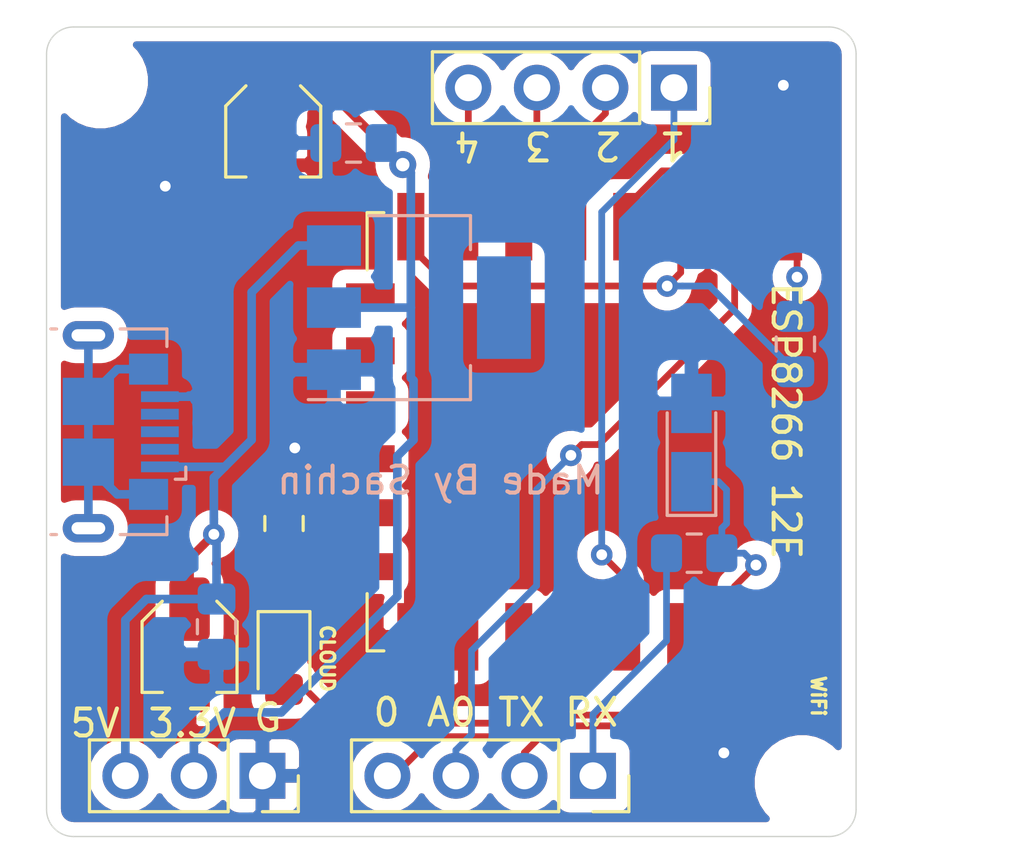
<source format=kicad_pcb>
(kicad_pcb (version 20171130) (host pcbnew 5.1.9+dfsg1-1+deb11u1)

  (general
    (thickness 1.6)
    (drawings 23)
    (tracks 140)
    (zones 0)
    (modules 17)
    (nets 27)
  )

  (page A4)
  (title_block
    (title "bolt Pcb")
    (date 2022-07-23)
    (rev 1.0)
  )

  (layers
    (0 F.Cu signal)
    (31 B.Cu signal)
    (32 B.Adhes user)
    (33 F.Adhes user)
    (34 B.Paste user)
    (35 F.Paste user)
    (36 B.SilkS user)
    (37 F.SilkS user)
    (38 B.Mask user hide)
    (39 F.Mask user hide)
    (40 Dwgs.User user hide)
    (41 Cmts.User user hide)
    (42 Eco1.User user hide)
    (43 Eco2.User user hide)
    (44 Edge.Cuts user)
    (45 Margin user hide)
    (46 B.CrtYd user hide)
    (47 F.CrtYd user hide)
    (48 B.Fab user hide)
    (49 F.Fab user hide)
  )

  (setup
    (last_trace_width 0.25)
    (user_trace_width 0.32)
    (trace_clearance 0.1)
    (zone_clearance 0.508)
    (zone_45_only no)
    (trace_min 0.2)
    (via_size 0.8)
    (via_drill 0.4)
    (via_min_size 0.4)
    (via_min_drill 0.3)
    (user_via 1 0.5)
    (uvia_size 0.3)
    (uvia_drill 0.1)
    (uvias_allowed no)
    (uvia_min_size 0.2)
    (uvia_min_drill 0.1)
    (edge_width 0.05)
    (segment_width 0.2)
    (pcb_text_width 0.3)
    (pcb_text_size 1.5 1.5)
    (mod_edge_width 0.12)
    (mod_text_size 1 1)
    (mod_text_width 0.15)
    (pad_size 2.5 2.5)
    (pad_drill 2.5)
    (pad_to_mask_clearance 0.051)
    (solder_mask_min_width 0.25)
    (aux_axis_origin 17.78 47.78)
    (grid_origin 17.78 47.78)
    (visible_elements 7FFFFFFF)
    (pcbplotparams
      (layerselection 0x010f0_ffffffff)
      (usegerberextensions false)
      (usegerberattributes false)
      (usegerberadvancedattributes false)
      (creategerberjobfile false)
      (excludeedgelayer true)
      (linewidth 0.100000)
      (plotframeref false)
      (viasonmask false)
      (mode 1)
      (useauxorigin false)
      (hpglpennumber 1)
      (hpglpenspeed 20)
      (hpglpendiameter 15.000000)
      (psnegative false)
      (psa4output false)
      (plotreference true)
      (plotvalue true)
      (plotinvisibletext false)
      (padsonsilk false)
      (subtractmaskfromsilk false)
      (outputformat 1)
      (mirror false)
      (drillshape 0)
      (scaleselection 1)
      (outputdirectory ""))
  )

  (net 0 "")
  (net 1 GND)
  (net 2 +5V)
  (net 3 +3V3)
  (net 4 "Net-(D1-Pad2)")
  (net 5 "Net-(D1-Pad1)")
  (net 6 "Net-(D2-Pad1)")
  (net 7 "Net-(J1-Pad6)")
  (net 8 "Net-(J1-Pad3)")
  (net 9 "Net-(J1-Pad4)")
  (net 10 "Net-(J1-Pad2)")
  (net 11 /4)
  (net 12 /3)
  (net 13 /2)
  (net 14 /1)
  (net 15 /0)
  (net 16 /A0)
  (net 17 /TX)
  (net 18 /RX)
  (net 19 /RESET)
  (net 20 "Net-(U2-Pad17)")
  (net 21 "Net-(U2-Pad14)")
  (net 22 "Net-(U2-Pad13)")
  (net 23 "Net-(U2-Pad12)")
  (net 24 "Net-(U2-Pad11)")
  (net 25 "Net-(U2-Pad10)")
  (net 26 "Net-(U2-Pad9)")

  (net_class Default "This is the default net class."
    (clearance 0.1)
    (trace_width 0.25)
    (via_dia 0.8)
    (via_drill 0.4)
    (uvia_dia 0.3)
    (uvia_drill 0.1)
    (diff_pair_width 0.2)
    (diff_pair_gap 0.15)
    (add_net +3V3)
    (add_net +5V)
    (add_net /0)
    (add_net /1)
    (add_net /2)
    (add_net /3)
    (add_net /4)
    (add_net /A0)
    (add_net /RESET)
    (add_net /RX)
    (add_net /TX)
    (add_net GND)
    (add_net "Net-(D1-Pad1)")
    (add_net "Net-(D1-Pad2)")
    (add_net "Net-(D2-Pad1)")
    (add_net "Net-(J1-Pad2)")
    (add_net "Net-(J1-Pad3)")
    (add_net "Net-(J1-Pad4)")
    (add_net "Net-(J1-Pad6)")
    (add_net "Net-(U2-Pad10)")
    (add_net "Net-(U2-Pad11)")
    (add_net "Net-(U2-Pad12)")
    (add_net "Net-(U2-Pad13)")
    (add_net "Net-(U2-Pad14)")
    (add_net "Net-(U2-Pad17)")
    (add_net "Net-(U2-Pad9)")
  )

  (module MountingHole:MountingHole_2.5mm (layer F.Cu) (tedit 56D1B4CB) (tstamp 62DC0197)
    (at 45.78 45.78)
    (descr "Mounting Hole 2.5mm, no annular")
    (tags "mounting hole 2.5mm no annular")
    (attr virtual)
    (fp_text reference REF** (at 0 -3.5) (layer F.SilkS) hide
      (effects (font (size 1 1) (thickness 0.15)))
    )
    (fp_text value MountingHole_2.5mm (at 0 3.5) (layer F.Fab)
      (effects (font (size 1 1) (thickness 0.15)))
    )
    (fp_circle (center 0 0) (end 2.75 0) (layer F.CrtYd) (width 0.05))
    (fp_circle (center 0 0) (end 2.5 0) (layer Cmts.User) (width 0.15))
    (fp_text user %R (at 0.3 0) (layer F.Fab)
      (effects (font (size 1 1) (thickness 0.15)))
    )
    (pad 1 np_thru_hole circle (at 0 0) (size 2.5 2.5) (drill 2.5) (layers *.Cu *.Mask))
  )

  (module RF_Module:ESP-12E (layer F.Cu) (tedit 62DBAFB8) (tstamp 62DC1417)
    (at 41.78 32.78 270)
    (descr "Wi-Fi Module, http://wiki.ai-thinker.com/_media/esp8266/docs/aithinker_esp_12f_datasheet_en.pdf")
    (tags "Wi-Fi Module")
    (path /62DBFA35)
    (attr smd)
    (fp_text reference U2 (at -10.56 -5.26 270) (layer F.SilkS) hide
      (effects (font (size 1 1) (thickness 0.15)))
    )
    (fp_text value ESP-12E (at -0.06 -12.78 270) (layer F.Fab)
      (effects (font (size 1 1) (thickness 0.15)))
    )
    (fp_line (start -8 -12) (end 8 -12) (layer F.Fab) (width 0.12))
    (fp_line (start 8 -12) (end 8 12) (layer F.Fab) (width 0.12))
    (fp_line (start 8 12) (end -8 12) (layer F.Fab) (width 0.12))
    (fp_line (start -8 12) (end -8 -3) (layer F.Fab) (width 0.12))
    (fp_line (start -8 -3) (end -7.5 -3.5) (layer F.Fab) (width 0.12))
    (fp_line (start -7.5 -3.5) (end -8 -4) (layer F.Fab) (width 0.12))
    (fp_line (start -8 -4) (end -8 -12) (layer F.Fab) (width 0.12))
    (fp_line (start -9.05 -12.2) (end 9.05 -12.2) (layer F.CrtYd) (width 0.05))
    (fp_line (start 9.05 -12.2) (end 9.05 13.1) (layer F.CrtYd) (width 0.05))
    (fp_line (start 9.05 13.1) (end -9.05 13.1) (layer F.CrtYd) (width 0.05))
    (fp_line (start -9.05 13.1) (end -9.05 -12.2) (layer F.CrtYd) (width 0.05))
    (fp_line (start 8.12 11.5) (end 8.12 12.12) (layer F.SilkS) (width 0.12))
    (fp_line (start 8.12 12.12) (end 6 12.12) (layer F.SilkS) (width 0.12))
    (fp_line (start -6 12.12) (end -8.12 12.12) (layer F.SilkS) (width 0.12))
    (fp_line (start -8.12 12.12) (end -8.12 11.5) (layer F.SilkS) (width 0.12))
    (fp_line (start -8.12 -12.12) (end 8.12 -12.12) (layer Dwgs.User) (width 0.12))
    (fp_line (start 8.12 -12.12) (end 8.12 -4.8) (layer Dwgs.User) (width 0.12))
    (fp_line (start 8.12 -4.8) (end -8.12 -4.8) (layer Dwgs.User) (width 0.12))
    (fp_line (start -8.12 -4.8) (end -8.12 -12.12) (layer Dwgs.User) (width 0.12))
    (fp_line (start -8.12 -9.12) (end -5.12 -12.12) (layer Dwgs.User) (width 0.12))
    (fp_line (start -8.12 -6.12) (end -2.12 -12.12) (layer Dwgs.User) (width 0.12))
    (fp_line (start -6.44 -4.8) (end 0.88 -12.12) (layer Dwgs.User) (width 0.12))
    (fp_line (start -3.44 -4.8) (end 3.88 -12.12) (layer Dwgs.User) (width 0.12))
    (fp_line (start -0.44 -4.8) (end 6.88 -12.12) (layer Dwgs.User) (width 0.12))
    (fp_line (start 2.56 -4.8) (end 8.12 -10.36) (layer Dwgs.User) (width 0.12))
    (fp_line (start 5.56 -4.8) (end 8.12 -7.36) (layer Dwgs.User) (width 0.12))
    (fp_text user %R (at 0.49 -0.8 270) (layer F.Fab)
      (effects (font (size 1 1) (thickness 0.15)))
    )
    (fp_text user "KEEP-OUT ZONE" (at 0.03 -9.55 90) (layer Cmts.User)
      (effects (font (size 1 1) (thickness 0.15)))
    )
    (fp_text user Antenna (at -0.06 -7 90) (layer Cmts.User)
      (effects (font (size 1 1) (thickness 0.15)))
    )
    (pad 22 smd rect (at 7.6 -3.5 270) (size 2.5 1) (layers F.Cu F.Paste F.Mask)
      (net 17 /TX))
    (pad 21 smd rect (at 7.6 -1.5 270) (size 2.5 1) (layers F.Cu F.Paste F.Mask)
      (net 6 "Net-(D2-Pad1)"))
    (pad 20 smd rect (at 7.6 0.5 270) (size 2.5 1) (layers F.Cu F.Paste F.Mask)
      (net 15 /0))
    (pad 19 smd rect (at 7.6 2.5 270) (size 2.5 1) (layers F.Cu F.Paste F.Mask)
      (net 14 /1))
    (pad 18 smd rect (at 7.6 4.5 270) (size 2.5 1) (layers F.Cu F.Paste F.Mask)
      (net 4 "Net-(D1-Pad2)"))
    (pad 17 smd rect (at 7.6 6.5 270) (size 2.5 1) (layers F.Cu F.Paste F.Mask)
      (net 20 "Net-(U2-Pad17)"))
    (pad 16 smd rect (at 7.6 8.5 270) (size 2.5 1) (layers F.Cu F.Paste F.Mask)
      (net 1 GND))
    (pad 15 smd rect (at 7.6 10.5 270) (size 2.5 1) (layers F.Cu F.Paste F.Mask)
      (net 1 GND))
    (pad 14 smd rect (at 5 12 270) (size 1 1.8) (layers F.Cu F.Paste F.Mask)
      (net 21 "Net-(U2-Pad14)"))
    (pad 13 smd rect (at 3 12 270) (size 1 1.8) (layers F.Cu F.Paste F.Mask)
      (net 22 "Net-(U2-Pad13)"))
    (pad 12 smd rect (at 1 12 270) (size 1 1.8) (layers F.Cu F.Paste F.Mask)
      (net 23 "Net-(U2-Pad12)"))
    (pad 11 smd rect (at -1 12 270) (size 1 1.8) (layers F.Cu F.Paste F.Mask)
      (net 24 "Net-(U2-Pad11)"))
    (pad 10 smd rect (at -3 12 270) (size 1 1.8) (layers F.Cu F.Paste F.Mask)
      (net 25 "Net-(U2-Pad10)"))
    (pad 9 smd rect (at -5 12 270) (size 1 1.8) (layers F.Cu F.Paste F.Mask)
      (net 26 "Net-(U2-Pad9)"))
    (pad 8 smd rect (at -7.6 10.5 270) (size 2.5 1) (layers F.Cu F.Paste F.Mask)
      (net 3 +3V3))
    (pad 7 smd rect (at -7.6 8.5 270) (size 2.5 1) (layers F.Cu F.Paste F.Mask)
      (net 11 /4))
    (pad 6 smd rect (at -7.6 6.5 270) (size 2.5 1) (layers F.Cu F.Paste F.Mask)
      (net 12 /3))
    (pad 5 smd rect (at -7.6 4.5 270) (size 2.5 1) (layers F.Cu F.Paste F.Mask)
      (net 13 /2))
    (pad 4 smd rect (at -7.6 2.5 270) (size 2.5 1) (layers F.Cu F.Paste F.Mask)
      (net 19 /RESET))
    (pad 3 smd rect (at -7.6 0.5 270) (size 2.5 1) (layers F.Cu F.Paste F.Mask)
      (net 3 +3V3))
    (pad 2 smd rect (at -7.6 -1.5 270) (size 2.5 1) (layers F.Cu F.Paste F.Mask)
      (net 16 /A0))
    (pad 1 smd rect (at -7.6 -3.5 270) (size 2.5 1) (layers F.Cu F.Paste F.Mask)
      (net 19 /RESET))
    (model ${KIUSER3DMOD}/esp8266-12e.3dshapes/ESP8266-12E-ESP-12E--3DModel-STEP-1.STEP
      (at (xyz 0 0 0))
      (scale (xyz 1 1 1))
      (rotate (xyz -90 0 0))
    )
    (model ${KISYS3DMOD}/RF_Module.3dshapes/ESP-12E.wrl
      (at (xyz 0 0 0))
      (scale (xyz 1 1 1))
      (rotate (xyz 0 0 0))
    )
  )

  (module MountingHole:MountingHole_2.5mm (layer F.Cu) (tedit 62DBA8CF) (tstamp 62DC0197)
    (at 19.78 19.78)
    (descr "Mounting Hole 2.5mm, no annular")
    (tags "mounting hole 2.5mm no annular")
    (attr virtual)
    (fp_text reference REF** (at 0 -3.5) (layer F.SilkS) hide
      (effects (font (size 1 1) (thickness 0.15)))
    )
    (fp_text value MountingHole_2.5mm (at 0 3.5) (layer F.Fab)
      (effects (font (size 1 1) (thickness 0.15)))
    )
    (fp_circle (center 0 0) (end 2.75 0) (layer F.CrtYd) (width 0.05))
    (fp_circle (center 0 0) (end 2.5 0) (layer Cmts.User) (width 0.15))
    (fp_text user %R (at 0.3 0) (layer F.Fab)
      (effects (font (size 1 1) (thickness 0.15)))
    )
    (pad "" np_thru_hole circle (at 0 0) (size 2.5 2.5) (drill 2.5) (layers *.Cu *.Mask))
  )

  (module Diode_SMD:D_MicroMELF_Hadsoldering (layer B.Cu) (tedit 5905DC0B) (tstamp 62DC09B5)
    (at 41.68 33.18 90)
    (descr "Diode, MicroMELF, hand-soldering, http://www.vishay.com/docs/85597/bzm55-se.pdf")
    (tags "MicroMELF Diode")
    (path /62DB20D1)
    (attr smd)
    (fp_text reference D2 (at 0 1.75 90) (layer B.SilkS) hide
      (effects (font (size 1 1) (thickness 0.15)) (justify mirror))
    )
    (fp_text value 5.1V (at 0 -1.75 90) (layer B.Fab)
      (effects (font (size 1 1) (thickness 0.15)) (justify mirror))
    )
    (fp_line (start 1.1 0.9) (end -2.7 0.9) (layer B.SilkS) (width 0.12))
    (fp_line (start -2.7 0.9) (end -2.7 -0.9) (layer B.SilkS) (width 0.12))
    (fp_line (start -2.7 -0.9) (end 1.1 -0.9) (layer B.SilkS) (width 0.12))
    (fp_line (start 0.25 0) (end 0.75 0) (layer B.Fab) (width 0.12))
    (fp_line (start -0.25 0) (end 0.25 0.25) (layer B.Fab) (width 0.12))
    (fp_line (start 0.25 0.25) (end 0.25 -0.25) (layer B.Fab) (width 0.12))
    (fp_line (start 0.25 -0.25) (end -0.25 0) (layer B.Fab) (width 0.12))
    (fp_line (start -0.25 0) (end -0.75 0) (layer B.Fab) (width 0.12))
    (fp_line (start -0.25 0.25) (end -0.25 -0.25) (layer B.Fab) (width 0.12))
    (fp_line (start -0.6 0.55) (end -0.6 -0.55) (layer B.Fab) (width 0.12))
    (fp_line (start -1.1 0.55) (end 1.1 0.55) (layer B.Fab) (width 0.12))
    (fp_line (start 1.1 0.55) (end 1.1 -0.55) (layer B.Fab) (width 0.12))
    (fp_line (start 1.1 -0.55) (end -1.1 -0.55) (layer B.Fab) (width 0.12))
    (fp_line (start -1.1 -0.55) (end -1.1 0.55) (layer B.Fab) (width 0.12))
    (fp_line (start -2.8 1) (end 2.8 1) (layer B.CrtYd) (width 0.05))
    (fp_line (start -2.8 1) (end -2.8 -1) (layer B.CrtYd) (width 0.05))
    (fp_line (start 2.8 -1) (end 2.8 1) (layer B.CrtYd) (width 0.05))
    (fp_line (start 2.8 -1) (end -2.8 -1) (layer B.CrtYd) (width 0.05))
    (fp_text user %R (at 0 1.75 90) (layer B.Fab)
      (effects (font (size 1 1) (thickness 0.15)) (justify mirror))
    )
    (pad 2 smd rect (at 1.45 0 90) (size 2.2 1.5) (layers B.Cu B.Paste B.Mask)
      (net 1 GND))
    (pad 1 smd rect (at -1.45 0 90) (size 2.2 1.5) (layers B.Cu B.Paste B.Mask)
      (net 6 "Net-(D2-Pad1)"))
    (model ${KISYS3DMOD}/Diode_SMD.3dshapes/D_MicroMELF.wrl
      (at (xyz 0 0 0))
      (scale (xyz 1 1 1))
      (rotate (xyz 0 0 0))
    )
  )

  (module Package_TO_SOT_SMD:SOT-223 (layer B.Cu) (tedit 5A02FF57) (tstamp 62DC1394)
    (at 31.58 28.18)
    (descr "module CMS SOT223 4 pins")
    (tags "CMS SOT")
    (path /62DB8865)
    (attr smd)
    (fp_text reference U1 (at 0 4.5) (layer B.SilkS) hide
      (effects (font (size 1 1) (thickness 0.15)) (justify mirror))
    )
    (fp_text value LM1117-3.3 (at 0 -4.5) (layer B.Fab)
      (effects (font (size 1 1) (thickness 0.15)) (justify mirror))
    )
    (fp_line (start -1.85 2.3) (end -0.8 3.35) (layer B.Fab) (width 0.1))
    (fp_line (start 1.91 -3.41) (end 1.91 -2.15) (layer B.SilkS) (width 0.12))
    (fp_line (start 1.91 3.41) (end 1.91 2.15) (layer B.SilkS) (width 0.12))
    (fp_line (start 4.4 3.6) (end -4.4 3.6) (layer B.CrtYd) (width 0.05))
    (fp_line (start 4.4 -3.6) (end 4.4 3.6) (layer B.CrtYd) (width 0.05))
    (fp_line (start -4.4 -3.6) (end 4.4 -3.6) (layer B.CrtYd) (width 0.05))
    (fp_line (start -4.4 3.6) (end -4.4 -3.6) (layer B.CrtYd) (width 0.05))
    (fp_line (start -1.85 2.3) (end -1.85 -3.35) (layer B.Fab) (width 0.1))
    (fp_line (start -1.85 -3.41) (end 1.91 -3.41) (layer B.SilkS) (width 0.12))
    (fp_line (start -0.8 3.35) (end 1.85 3.35) (layer B.Fab) (width 0.1))
    (fp_line (start -4.1 3.41) (end 1.91 3.41) (layer B.SilkS) (width 0.12))
    (fp_line (start -1.85 -3.35) (end 1.85 -3.35) (layer B.Fab) (width 0.1))
    (fp_line (start 1.85 3.35) (end 1.85 -3.35) (layer B.Fab) (width 0.1))
    (fp_text user %R (at 0 0 -90) (layer B.Fab)
      (effects (font (size 0.8 0.8) (thickness 0.12)) (justify mirror))
    )
    (pad 1 smd rect (at -3.15 2.3) (size 2 1.5) (layers B.Cu B.Paste B.Mask)
      (net 1 GND))
    (pad 3 smd rect (at -3.15 -2.3) (size 2 1.5) (layers B.Cu B.Paste B.Mask)
      (net 2 +5V))
    (pad 2 smd rect (at -3.15 0) (size 2 1.5) (layers B.Cu B.Paste B.Mask)
      (net 3 +3V3))
    (pad 4 smd rect (at 3.15 0) (size 2 3.8) (layers B.Cu B.Paste B.Mask))
    (model ${KISYS3DMOD}/Package_TO_SOT_SMD.3dshapes/SOT-223.wrl
      (at (xyz 0 0 0))
      (scale (xyz 1 1 1))
      (rotate (xyz 0 0 0))
    )
  )

  (module Resistor_SMD:R_0805_2012Metric_Pad1.15x1.40mm_HandSolder (layer B.Cu) (tedit 5B36C52B) (tstamp 62DC1288)
    (at 41.78 37.28)
    (descr "Resistor SMD 0805 (2012 Metric), square (rectangular) end terminal, IPC_7351 nominal with elongated pad for handsoldering. (Body size source: https://docs.google.com/spreadsheets/d/1BsfQQcO9C6DZCsRaXUlFlo91Tg2WpOkGARC1WS5S8t0/edit?usp=sharing), generated with kicad-footprint-generator")
    (tags "resistor handsolder")
    (path /62E02183)
    (attr smd)
    (fp_text reference R3 (at 0 1.65) (layer B.SilkS) hide
      (effects (font (size 1 1) (thickness 0.15)) (justify mirror))
    )
    (fp_text value " 1K" (at 0 -1.65) (layer B.Fab)
      (effects (font (size 1 1) (thickness 0.15)) (justify mirror))
    )
    (fp_line (start -1 -0.6) (end -1 0.6) (layer B.Fab) (width 0.1))
    (fp_line (start -1 0.6) (end 1 0.6) (layer B.Fab) (width 0.1))
    (fp_line (start 1 0.6) (end 1 -0.6) (layer B.Fab) (width 0.1))
    (fp_line (start 1 -0.6) (end -1 -0.6) (layer B.Fab) (width 0.1))
    (fp_line (start -0.261252 0.71) (end 0.261252 0.71) (layer B.SilkS) (width 0.12))
    (fp_line (start -0.261252 -0.71) (end 0.261252 -0.71) (layer B.SilkS) (width 0.12))
    (fp_line (start -1.85 -0.95) (end -1.85 0.95) (layer B.CrtYd) (width 0.05))
    (fp_line (start -1.85 0.95) (end 1.85 0.95) (layer B.CrtYd) (width 0.05))
    (fp_line (start 1.85 0.95) (end 1.85 -0.95) (layer B.CrtYd) (width 0.05))
    (fp_line (start 1.85 -0.95) (end -1.85 -0.95) (layer B.CrtYd) (width 0.05))
    (fp_text user %R (at 0 0) (layer B.Fab)
      (effects (font (size 0.5 0.5) (thickness 0.08)) (justify mirror))
    )
    (pad 2 smd roundrect (at 1.025 0) (size 1.15 1.4) (layers B.Cu B.Paste B.Mask) (roundrect_rratio 0.217391)
      (net 6 "Net-(D2-Pad1)"))
    (pad 1 smd roundrect (at -1.025 0) (size 1.15 1.4) (layers B.Cu B.Paste B.Mask) (roundrect_rratio 0.217391)
      (net 18 /RX))
    (model ${KISYS3DMOD}/Resistor_SMD.3dshapes/R_0805_2012Metric.wrl
      (at (xyz 0 0 0))
      (scale (xyz 1 1 1))
      (rotate (xyz 0 0 0))
    )
  )

  (module Resistor_SMD:R_0805_2012Metric_Pad1.15x1.40mm_HandSolder (layer F.Cu) (tedit 5B36C52B) (tstamp 62DC11FD)
    (at 26.58 36.18 270)
    (descr "Resistor SMD 0805 (2012 Metric), square (rectangular) end terminal, IPC_7351 nominal with elongated pad for handsoldering. (Body size source: https://docs.google.com/spreadsheets/d/1BsfQQcO9C6DZCsRaXUlFlo91Tg2WpOkGARC1WS5S8t0/edit?usp=sharing), generated with kicad-footprint-generator")
    (tags "resistor handsolder")
    (path /62DCF9EE)
    (attr smd)
    (fp_text reference R2 (at 0 -1.65 90) (layer F.SilkS) hide
      (effects (font (size 1 1) (thickness 0.15)))
    )
    (fp_text value " 1.5K/3.3K" (at 0 1.65 90) (layer F.Fab)
      (effects (font (size 1 1) (thickness 0.15)))
    )
    (fp_line (start -1 0.6) (end -1 -0.6) (layer F.Fab) (width 0.1))
    (fp_line (start -1 -0.6) (end 1 -0.6) (layer F.Fab) (width 0.1))
    (fp_line (start 1 -0.6) (end 1 0.6) (layer F.Fab) (width 0.1))
    (fp_line (start 1 0.6) (end -1 0.6) (layer F.Fab) (width 0.1))
    (fp_line (start -0.261252 -0.71) (end 0.261252 -0.71) (layer F.SilkS) (width 0.12))
    (fp_line (start -0.261252 0.71) (end 0.261252 0.71) (layer F.SilkS) (width 0.12))
    (fp_line (start -1.85 0.95) (end -1.85 -0.95) (layer F.CrtYd) (width 0.05))
    (fp_line (start -1.85 -0.95) (end 1.85 -0.95) (layer F.CrtYd) (width 0.05))
    (fp_line (start 1.85 -0.95) (end 1.85 0.95) (layer F.CrtYd) (width 0.05))
    (fp_line (start 1.85 0.95) (end -1.85 0.95) (layer F.CrtYd) (width 0.05))
    (fp_text user %R (at 0 0 90) (layer F.Fab)
      (effects (font (size 0.5 0.5) (thickness 0.08)))
    )
    (pad 2 smd roundrect (at 1.025 0 270) (size 1.15 1.4) (layers F.Cu F.Paste F.Mask) (roundrect_rratio 0.217391)
      (net 5 "Net-(D1-Pad1)"))
    (pad 1 smd roundrect (at -1.025 0 270) (size 1.15 1.4) (layers F.Cu F.Paste F.Mask) (roundrect_rratio 0.217391)
      (net 1 GND))
    (model ${KISYS3DMOD}/Resistor_SMD.3dshapes/R_0805_2012Metric.wrl
      (at (xyz 0 0 0))
      (scale (xyz 1 1 1))
      (rotate (xyz 0 0 0))
    )
  )

  (module Resistor_SMD:R_0805_2012Metric_Pad1.15x1.40mm_HandSolder (layer B.Cu) (tedit 5B36C52B) (tstamp 62DC1172)
    (at 45.53 29.53 270)
    (descr "Resistor SMD 0805 (2012 Metric), square (rectangular) end terminal, IPC_7351 nominal with elongated pad for handsoldering. (Body size source: https://docs.google.com/spreadsheets/d/1BsfQQcO9C6DZCsRaXUlFlo91Tg2WpOkGARC1WS5S8t0/edit?usp=sharing), generated with kicad-footprint-generator")
    (tags "resistor handsolder")
    (path /62DB10BE)
    (attr smd)
    (fp_text reference R1 (at 0 1.65 90) (layer B.SilkS) hide
      (effects (font (size 1 1) (thickness 0.15)) (justify mirror))
    )
    (fp_text value 1K (at 0 -1.65 90) (layer B.Fab)
      (effects (font (size 1 1) (thickness 0.15)) (justify mirror))
    )
    (fp_line (start -1 -0.6) (end -1 0.6) (layer B.Fab) (width 0.1))
    (fp_line (start -1 0.6) (end 1 0.6) (layer B.Fab) (width 0.1))
    (fp_line (start 1 0.6) (end 1 -0.6) (layer B.Fab) (width 0.1))
    (fp_line (start 1 -0.6) (end -1 -0.6) (layer B.Fab) (width 0.1))
    (fp_line (start -0.261252 0.71) (end 0.261252 0.71) (layer B.SilkS) (width 0.12))
    (fp_line (start -0.261252 -0.71) (end 0.261252 -0.71) (layer B.SilkS) (width 0.12))
    (fp_line (start -1.85 -0.95) (end -1.85 0.95) (layer B.CrtYd) (width 0.05))
    (fp_line (start -1.85 0.95) (end 1.85 0.95) (layer B.CrtYd) (width 0.05))
    (fp_line (start 1.85 0.95) (end 1.85 -0.95) (layer B.CrtYd) (width 0.05))
    (fp_line (start 1.85 -0.95) (end -1.85 -0.95) (layer B.CrtYd) (width 0.05))
    (fp_text user %R (at 0 0 90) (layer B.Fab)
      (effects (font (size 0.5 0.5) (thickness 0.08)) (justify mirror))
    )
    (pad 2 smd roundrect (at 1.025 0 270) (size 1.15 1.4) (layers B.Cu B.Paste B.Mask) (roundrect_rratio 0.217391)
      (net 3 +3V3))
    (pad 1 smd roundrect (at -1.025 0 270) (size 1.15 1.4) (layers B.Cu B.Paste B.Mask) (roundrect_rratio 0.217391)
      (net 19 /RESET))
    (model ${KISYS3DMOD}/Resistor_SMD.3dshapes/R_0805_2012Metric.wrl
      (at (xyz 0 0 0))
      (scale (xyz 1 1 1))
      (rotate (xyz 0 0 0))
    )
  )

  (module Connector_PinSocket_2.54mm:PinSocket_1x03_P2.54mm_Vertical (layer F.Cu) (tedit 5A19A429) (tstamp 62DC10E7)
    (at 25.78 45.53 270)
    (descr "Through hole straight socket strip, 1x03, 2.54mm pitch, single row (from Kicad 4.0.7), script generated")
    (tags "Through hole socket strip THT 1x03 2.54mm single row")
    (path /62DB2640)
    (fp_text reference J4 (at 0 -2.77 90) (layer F.SilkS) hide
      (effects (font (size 1 1) (thickness 0.15)))
    )
    (fp_text value Conn_01x03_Female (at 0 7.85 90) (layer F.Fab)
      (effects (font (size 1 1) (thickness 0.15)))
    )
    (fp_line (start -1.27 -1.27) (end 0.635 -1.27) (layer F.Fab) (width 0.1))
    (fp_line (start 0.635 -1.27) (end 1.27 -0.635) (layer F.Fab) (width 0.1))
    (fp_line (start 1.27 -0.635) (end 1.27 6.35) (layer F.Fab) (width 0.1))
    (fp_line (start 1.27 6.35) (end -1.27 6.35) (layer F.Fab) (width 0.1))
    (fp_line (start -1.27 6.35) (end -1.27 -1.27) (layer F.Fab) (width 0.1))
    (fp_line (start -1.33 1.27) (end 1.33 1.27) (layer F.SilkS) (width 0.12))
    (fp_line (start -1.33 1.27) (end -1.33 6.41) (layer F.SilkS) (width 0.12))
    (fp_line (start -1.33 6.41) (end 1.33 6.41) (layer F.SilkS) (width 0.12))
    (fp_line (start 1.33 1.27) (end 1.33 6.41) (layer F.SilkS) (width 0.12))
    (fp_line (start 1.33 -1.33) (end 1.33 0) (layer F.SilkS) (width 0.12))
    (fp_line (start 0 -1.33) (end 1.33 -1.33) (layer F.SilkS) (width 0.12))
    (fp_line (start -1.8 -1.8) (end 1.75 -1.8) (layer F.CrtYd) (width 0.05))
    (fp_line (start 1.75 -1.8) (end 1.75 6.85) (layer F.CrtYd) (width 0.05))
    (fp_line (start 1.75 6.85) (end -1.8 6.85) (layer F.CrtYd) (width 0.05))
    (fp_line (start -1.8 6.85) (end -1.8 -1.8) (layer F.CrtYd) (width 0.05))
    (fp_text user %R (at 0 2.54) (layer F.Fab)
      (effects (font (size 1 1) (thickness 0.15)))
    )
    (pad 3 thru_hole oval (at 0 5.08 270) (size 1.7 1.7) (drill 1) (layers *.Cu *.Mask)
      (net 2 +5V))
    (pad 2 thru_hole oval (at 0 2.54 270) (size 1.7 1.7) (drill 1) (layers *.Cu *.Mask)
      (net 3 +3V3))
    (pad 1 thru_hole rect (at 0 0 270) (size 1.7 1.7) (drill 1) (layers *.Cu *.Mask)
      (net 1 GND))
    (model ${KISYS3DMOD}/Connector_PinSocket_2.54mm.3dshapes/PinSocket_1x03_P2.54mm_Vertical.wrl
      (at (xyz 0 0 0))
      (scale (xyz 1 1 1))
      (rotate (xyz 0 0 0))
    )
  )

  (module Connector_PinSocket_2.54mm:PinSocket_1x04_P2.54mm_Vertical (layer F.Cu) (tedit 5A19A429) (tstamp 62DC0EA4)
    (at 38.03 45.53 270)
    (descr "Through hole straight socket strip, 1x04, 2.54mm pitch, single row (from Kicad 4.0.7), script generated")
    (tags "Through hole socket strip THT 1x04 2.54mm single row")
    (path /62DB297F)
    (fp_text reference J3 (at 0 -2.77 90) (layer F.SilkS) hide
      (effects (font (size 1 1) (thickness 0.15)))
    )
    (fp_text value Conn_01x04_Female (at 0 10.39 90) (layer F.Fab)
      (effects (font (size 1 1) (thickness 0.15)))
    )
    (fp_line (start -1.27 -1.27) (end 0.635 -1.27) (layer F.Fab) (width 0.1))
    (fp_line (start 0.635 -1.27) (end 1.27 -0.635) (layer F.Fab) (width 0.1))
    (fp_line (start 1.27 -0.635) (end 1.27 8.89) (layer F.Fab) (width 0.1))
    (fp_line (start 1.27 8.89) (end -1.27 8.89) (layer F.Fab) (width 0.1))
    (fp_line (start -1.27 8.89) (end -1.27 -1.27) (layer F.Fab) (width 0.1))
    (fp_line (start -1.33 1.27) (end 1.33 1.27) (layer F.SilkS) (width 0.12))
    (fp_line (start -1.33 1.27) (end -1.33 8.95) (layer F.SilkS) (width 0.12))
    (fp_line (start -1.33 8.95) (end 1.33 8.95) (layer F.SilkS) (width 0.12))
    (fp_line (start 1.33 1.27) (end 1.33 8.95) (layer F.SilkS) (width 0.12))
    (fp_line (start 1.33 -1.33) (end 1.33 0) (layer F.SilkS) (width 0.12))
    (fp_line (start 0 -1.33) (end 1.33 -1.33) (layer F.SilkS) (width 0.12))
    (fp_line (start -1.8 -1.8) (end 1.75 -1.8) (layer F.CrtYd) (width 0.05))
    (fp_line (start 1.75 -1.8) (end 1.75 9.4) (layer F.CrtYd) (width 0.05))
    (fp_line (start 1.75 9.4) (end -1.8 9.4) (layer F.CrtYd) (width 0.05))
    (fp_line (start -1.8 9.4) (end -1.8 -1.8) (layer F.CrtYd) (width 0.05))
    (fp_text user %R (at 0 3.81) (layer F.Fab)
      (effects (font (size 1 1) (thickness 0.15)))
    )
    (pad 4 thru_hole oval (at 0 7.62 270) (size 1.7 1.7) (drill 1) (layers *.Cu *.Mask)
      (net 15 /0))
    (pad 3 thru_hole oval (at 0 5.08 270) (size 1.7 1.7) (drill 1) (layers *.Cu *.Mask)
      (net 16 /A0))
    (pad 2 thru_hole oval (at 0 2.54 270) (size 1.7 1.7) (drill 1) (layers *.Cu *.Mask)
      (net 17 /TX))
    (pad 1 thru_hole rect (at 0 0 270) (size 1.7 1.7) (drill 1) (layers *.Cu *.Mask)
      (net 18 /RX))
    (model ${KISYS3DMOD}/Connector_PinSocket_2.54mm.3dshapes/PinSocket_1x04_P2.54mm_Vertical.wrl
      (at (xyz 0 0 0))
      (scale (xyz 1 1 1))
      (rotate (xyz 0 0 0))
    )
  )

  (module Connector_PinSocket_2.54mm:PinSocket_1x04_P2.54mm_Vertical (layer F.Cu) (tedit 5A19A429) (tstamp 62DC0C60)
    (at 41.03 20.03 270)
    (descr "Through hole straight socket strip, 1x04, 2.54mm pitch, single row (from Kicad 4.0.7), script generated")
    (tags "Through hole socket strip THT 1x04 2.54mm single row")
    (path /62DC429A)
    (fp_text reference J2 (at 0 -2.77 90) (layer F.SilkS) hide
      (effects (font (size 1 1) (thickness 0.15)))
    )
    (fp_text value Conn_01x04_Female (at 0 10.39 90) (layer F.Fab)
      (effects (font (size 1 1) (thickness 0.15)))
    )
    (fp_line (start -1.27 -1.27) (end 0.635 -1.27) (layer F.Fab) (width 0.1))
    (fp_line (start 0.635 -1.27) (end 1.27 -0.635) (layer F.Fab) (width 0.1))
    (fp_line (start 1.27 -0.635) (end 1.27 8.89) (layer F.Fab) (width 0.1))
    (fp_line (start 1.27 8.89) (end -1.27 8.89) (layer F.Fab) (width 0.1))
    (fp_line (start -1.27 8.89) (end -1.27 -1.27) (layer F.Fab) (width 0.1))
    (fp_line (start -1.33 1.27) (end 1.33 1.27) (layer F.SilkS) (width 0.12))
    (fp_line (start -1.33 1.27) (end -1.33 8.95) (layer F.SilkS) (width 0.12))
    (fp_line (start -1.33 8.95) (end 1.33 8.95) (layer F.SilkS) (width 0.12))
    (fp_line (start 1.33 1.27) (end 1.33 8.95) (layer F.SilkS) (width 0.12))
    (fp_line (start 1.33 -1.33) (end 1.33 0) (layer F.SilkS) (width 0.12))
    (fp_line (start 0 -1.33) (end 1.33 -1.33) (layer F.SilkS) (width 0.12))
    (fp_line (start -1.8 -1.8) (end 1.75 -1.8) (layer F.CrtYd) (width 0.05))
    (fp_line (start 1.75 -1.8) (end 1.75 9.4) (layer F.CrtYd) (width 0.05))
    (fp_line (start 1.75 9.4) (end -1.8 9.4) (layer F.CrtYd) (width 0.05))
    (fp_line (start -1.8 9.4) (end -1.8 -1.8) (layer F.CrtYd) (width 0.05))
    (fp_text user %R (at 0 3.81) (layer F.Fab)
      (effects (font (size 1 1) (thickness 0.15)))
    )
    (pad 4 thru_hole oval (at 0 7.62 270) (size 1.7 1.7) (drill 1) (layers *.Cu *.Mask)
      (net 11 /4))
    (pad 3 thru_hole oval (at 0 5.08 270) (size 1.7 1.7) (drill 1) (layers *.Cu *.Mask)
      (net 12 /3))
    (pad 2 thru_hole oval (at 0 2.54 270) (size 1.7 1.7) (drill 1) (layers *.Cu *.Mask)
      (net 13 /2))
    (pad 1 thru_hole rect (at 0 0 270) (size 1.7 1.7) (drill 1) (layers *.Cu *.Mask)
      (net 14 /1))
    (model ${KISYS3DMOD}/Connector_PinSocket_2.54mm.3dshapes/PinSocket_1x04_P2.54mm_Vertical.wrl
      (at (xyz 0 0 0))
      (scale (xyz 1 1 1))
      (rotate (xyz 0 0 0))
    )
  )

  (module Connector_USB:USB_Micro-B_GCT_USB3076-30-A (layer B.Cu) (tedit 5A170D03) (tstamp 62DC0A1C)
    (at 20.53 32.78 90)
    (descr "GCT Micro USB https://gct.co/files/drawings/usb3076.pdf")
    (tags "Micro-USB SMD Typ-B GCT")
    (path /62DAEFB2)
    (attr smd)
    (fp_text reference J1 (at 0 3.3 90) (layer B.SilkS) hide
      (effects (font (size 1 1) (thickness 0.15)) (justify mirror))
    )
    (fp_text value USB_B_Micro (at 0 -5.2 90) (layer B.Fab)
      (effects (font (size 1 1) (thickness 0.15)) (justify mirror))
    )
    (fp_line (start -4.6 -4.45) (end 4.6 -4.45) (layer B.CrtYd) (width 0.05))
    (fp_line (start 4.6 2.65) (end 4.6 -4.45) (layer B.CrtYd) (width 0.05))
    (fp_line (start -4.6 2.65) (end 4.6 2.65) (layer B.CrtYd) (width 0.05))
    (fp_line (start -4.6 -4.45) (end -4.6 2.65) (layer B.CrtYd) (width 0.05))
    (fp_line (start -3.81 1.71) (end -3.15 1.71) (layer B.SilkS) (width 0.12))
    (fp_line (start -3.81 -0.02) (end -3.81 1.71) (layer B.SilkS) (width 0.12))
    (fp_line (start 3.81 -2.59) (end 3.81 -2.38) (layer B.SilkS) (width 0.12))
    (fp_line (start 3.7 -3.95) (end 3.7 1.6) (layer B.Fab) (width 0.1))
    (fp_line (start -3 -2.65) (end 3 -2.65) (layer B.Fab) (width 0.1))
    (fp_line (start -3.7 -3.95) (end 3.7 -3.95) (layer B.Fab) (width 0.1))
    (fp_line (start -3.7 1.6) (end 3.7 1.6) (layer B.Fab) (width 0.1))
    (fp_line (start -3.7 -3.95) (end -3.7 1.6) (layer B.Fab) (width 0.1))
    (fp_line (start -3.81 -2.59) (end -3.81 -2.38) (layer B.SilkS) (width 0.12))
    (fp_line (start 3.81 -0.02) (end 3.81 1.71) (layer B.SilkS) (width 0.12))
    (fp_line (start 3.81 1.71) (end 3.16 1.71) (layer B.SilkS) (width 0.12))
    (fp_line (start -1.76 2.41) (end -1.31 2.41) (layer B.SilkS) (width 0.12))
    (fp_line (start -1.76 2.41) (end -1.76 2.02) (layer B.SilkS) (width 0.12))
    (fp_line (start -1.3 1.75) (end -1.5 1.95) (layer B.Fab) (width 0.1))
    (fp_line (start -1.1 1.95) (end -1.3 1.75) (layer B.Fab) (width 0.1))
    (fp_line (start -1.5 2.16) (end -1.1 2.16) (layer B.Fab) (width 0.1))
    (fp_line (start -1.5 2.16) (end -1.5 1.95) (layer B.Fab) (width 0.1))
    (fp_line (start -1.1 2.16) (end -1.1 1.95) (layer B.Fab) (width 0.1))
    (fp_text user %R (at 0 -0.85 90) (layer B.Fab)
      (effects (font (size 1 1) (thickness 0.15)) (justify mirror))
    )
    (fp_text user "PCB Edge" (at 0 -2.65 90) (layer Dwgs.User)
      (effects (font (size 0.5 0.5) (thickness 0.08)))
    )
    (pad 6 smd rect (at -2.32 1.03 90) (size 1.15 1.45) (layers B.Cu B.Paste B.Mask)
      (net 7 "Net-(J1-Pad6)"))
    (pad 6 smd rect (at 2.32 1.03 90) (size 1.15 1.45) (layers B.Cu B.Paste B.Mask)
      (net 7 "Net-(J1-Pad6)"))
    (pad 6 thru_hole oval (at 3.575 -1.2 90) (size 1.05 1.9) (drill oval 0.45 1.25) (layers *.Cu *.Mask)
      (net 7 "Net-(J1-Pad6)"))
    (pad 6 thru_hole oval (at -3.575 -1.2 270) (size 1.05 1.9) (drill oval 0.45 1.25) (layers *.Cu *.Mask)
      (net 7 "Net-(J1-Pad6)"))
    (pad 6 smd rect (at -1.125 -1.2 90) (size 1.75 1.9) (layers B.Cu B.Paste B.Mask)
      (net 7 "Net-(J1-Pad6)"))
    (pad 3 smd rect (at 0 1.45 90) (size 0.4 1.4) (layers B.Cu B.Paste B.Mask)
      (net 8 "Net-(J1-Pad3)"))
    (pad 4 smd rect (at 0.65 1.45 90) (size 0.4 1.4) (layers B.Cu B.Paste B.Mask)
      (net 9 "Net-(J1-Pad4)"))
    (pad 5 smd rect (at 1.3 1.45 90) (size 0.4 1.4) (layers B.Cu B.Paste B.Mask)
      (net 1 GND))
    (pad 1 smd rect (at -1.3 1.45 90) (size 0.4 1.4) (layers B.Cu B.Paste B.Mask)
      (net 2 +5V))
    (pad 2 smd rect (at -0.65 1.45 90) (size 0.4 1.4) (layers B.Cu B.Paste B.Mask)
      (net 10 "Net-(J1-Pad2)"))
    (pad 6 smd rect (at 1.125 -1.2 90) (size 1.75 1.9) (layers B.Cu B.Paste B.Mask)
      (net 7 "Net-(J1-Pad6)"))
    (model ${KIUSER3DMOD}/Connector-USB.3dshapes/USB3076-30-A--3DModel-STEP-56544.STEP
      (offset (xyz 0 -1.2 0))
      (scale (xyz 1 1 1))
      (rotate (xyz 90 -180 180))
    )
    (model /home/sachin/Documents/KiCad/modules/packages3d/Connector-USB.3dshapes/USB3076-30-A--3DModel-STEP-56544.STEP
      (offset (xyz 0 -1.2 0))
      (scale (xyz 1 1 1))
      (rotate (xyz -90 0 0))
    )
  )

  (module LED_SMD:LED_0805_2012Metric_Pad1.15x1.40mm_HandSolder (layer F.Cu) (tedit 5B4B45C9) (tstamp 62DC08FC)
    (at 26.58 41.305 270)
    (descr "LED SMD 0805 (2012 Metric), square (rectangular) end terminal, IPC_7351 nominal, (Body size source: https://docs.google.com/spreadsheets/d/1BsfQQcO9C6DZCsRaXUlFlo91Tg2WpOkGARC1WS5S8t0/edit?usp=sharing), generated with kicad-footprint-generator")
    (tags "LED handsolder")
    (path /62DB1A8B)
    (attr smd)
    (fp_text reference D1 (at 0 -1.65 90) (layer F.SilkS) hide
      (effects (font (size 1 1) (thickness 0.15)))
    )
    (fp_text value "CLOUD Green LED" (at 0 1.65 90) (layer F.Fab)
      (effects (font (size 1 1) (thickness 0.15)))
    )
    (fp_line (start 1 -0.6) (end -0.7 -0.6) (layer F.Fab) (width 0.1))
    (fp_line (start -0.7 -0.6) (end -1 -0.3) (layer F.Fab) (width 0.1))
    (fp_line (start -1 -0.3) (end -1 0.6) (layer F.Fab) (width 0.1))
    (fp_line (start -1 0.6) (end 1 0.6) (layer F.Fab) (width 0.1))
    (fp_line (start 1 0.6) (end 1 -0.6) (layer F.Fab) (width 0.1))
    (fp_line (start 1 -0.96) (end -1.86 -0.96) (layer F.SilkS) (width 0.12))
    (fp_line (start -1.86 -0.96) (end -1.86 0.96) (layer F.SilkS) (width 0.12))
    (fp_line (start -1.86 0.96) (end 1 0.96) (layer F.SilkS) (width 0.12))
    (fp_line (start -1.85 0.95) (end -1.85 -0.95) (layer F.CrtYd) (width 0.05))
    (fp_line (start -1.85 -0.95) (end 1.85 -0.95) (layer F.CrtYd) (width 0.05))
    (fp_line (start 1.85 -0.95) (end 1.85 0.95) (layer F.CrtYd) (width 0.05))
    (fp_line (start 1.85 0.95) (end -1.85 0.95) (layer F.CrtYd) (width 0.05))
    (fp_text user %R (at 0 0 90) (layer F.Fab)
      (effects (font (size 0.5 0.5) (thickness 0.08)))
    )
    (pad 2 smd roundrect (at 1.025 0 270) (size 1.15 1.4) (layers F.Cu F.Paste F.Mask) (roundrect_rratio 0.217391)
      (net 4 "Net-(D1-Pad2)"))
    (pad 1 smd roundrect (at -1.025 0 270) (size 1.15 1.4) (layers F.Cu F.Paste F.Mask) (roundrect_rratio 0.217391)
      (net 5 "Net-(D1-Pad1)"))
    (model ${KISYS3DMOD}/LED_SMD.3dshapes/LED_0805_2012Metric.wrl
      (at (xyz 0 0 0))
      (scale (xyz 1 1 1))
      (rotate (xyz 0 0 0))
    )
  )

  (module Capacitor_SMD:C_0805_2012Metric_Pad1.15x1.40mm_HandSolder (layer B.Cu) (tedit 5B36C52B) (tstamp 62DC085B)
    (at 29.155 22.08)
    (descr "Capacitor SMD 0805 (2012 Metric), square (rectangular) end terminal, IPC_7351 nominal with elongated pad for handsoldering. (Body size source: https://docs.google.com/spreadsheets/d/1BsfQQcO9C6DZCsRaXUlFlo91Tg2WpOkGARC1WS5S8t0/edit?usp=sharing), generated with kicad-footprint-generator")
    (tags "capacitor handsolder")
    (path /62E056E1)
    (attr smd)
    (fp_text reference C4 (at 0 1.65) (layer B.SilkS) hide
      (effects (font (size 1 1) (thickness 0.15)) (justify mirror))
    )
    (fp_text value 100nF (at 0 -1.65) (layer B.Fab)
      (effects (font (size 1 1) (thickness 0.15)) (justify mirror))
    )
    (fp_line (start -1 -0.6) (end -1 0.6) (layer B.Fab) (width 0.1))
    (fp_line (start -1 0.6) (end 1 0.6) (layer B.Fab) (width 0.1))
    (fp_line (start 1 0.6) (end 1 -0.6) (layer B.Fab) (width 0.1))
    (fp_line (start 1 -0.6) (end -1 -0.6) (layer B.Fab) (width 0.1))
    (fp_line (start -0.261252 0.71) (end 0.261252 0.71) (layer B.SilkS) (width 0.12))
    (fp_line (start -0.261252 -0.71) (end 0.261252 -0.71) (layer B.SilkS) (width 0.12))
    (fp_line (start -1.85 -0.95) (end -1.85 0.95) (layer B.CrtYd) (width 0.05))
    (fp_line (start -1.85 0.95) (end 1.85 0.95) (layer B.CrtYd) (width 0.05))
    (fp_line (start 1.85 0.95) (end 1.85 -0.95) (layer B.CrtYd) (width 0.05))
    (fp_line (start 1.85 -0.95) (end -1.85 -0.95) (layer B.CrtYd) (width 0.05))
    (fp_text user %R (at 0 0) (layer B.Fab)
      (effects (font (size 0.5 0.5) (thickness 0.08)) (justify mirror))
    )
    (pad 2 smd roundrect (at 1.025 0) (size 1.15 1.4) (layers B.Cu B.Paste B.Mask) (roundrect_rratio 0.217391)
      (net 3 +3V3))
    (pad 1 smd roundrect (at -1.025 0) (size 1.15 1.4) (layers B.Cu B.Paste B.Mask) (roundrect_rratio 0.217391)
      (net 1 GND))
    (model ${KISYS3DMOD}/Capacitor_SMD.3dshapes/C_0805_2012Metric.wrl
      (at (xyz 0 0 0))
      (scale (xyz 1 1 1))
      (rotate (xyz 0 0 0))
    )
  )

  (module Capacitor_SMD:C_Elec_3x5.4 (layer F.Cu) (tedit 5BC8D926) (tstamp 62DC077C)
    (at 26.18 21.58 270)
    (descr "SMD capacitor, aluminum electrolytic nonpolar, 3.0x5.4mm")
    (tags "capacitor electrolyic nonpolar")
    (path /62DBA0B4)
    (attr smd)
    (fp_text reference C3 (at 0 -2.7 90) (layer F.SilkS) hide
      (effects (font (size 1 1) (thickness 0.15)))
    )
    (fp_text value 22uF/16V (at 0 2.7 90) (layer F.Fab)
      (effects (font (size 1 1) (thickness 0.15)))
    )
    (fp_circle (center 0 0) (end 1.5 0) (layer F.Fab) (width 0.1))
    (fp_line (start 1.65 -1.65) (end 1.65 1.65) (layer F.Fab) (width 0.1))
    (fp_line (start -0.825 -1.65) (end 1.65 -1.65) (layer F.Fab) (width 0.1))
    (fp_line (start -0.825 1.65) (end 1.65 1.65) (layer F.Fab) (width 0.1))
    (fp_line (start -1.65 -0.825) (end -1.65 0.825) (layer F.Fab) (width 0.1))
    (fp_line (start -1.65 -0.825) (end -0.825 -1.65) (layer F.Fab) (width 0.1))
    (fp_line (start -1.65 0.825) (end -0.825 1.65) (layer F.Fab) (width 0.1))
    (fp_line (start 1.76 1.76) (end 1.76 1.01) (layer F.SilkS) (width 0.12))
    (fp_line (start 1.76 -1.76) (end 1.76 -1.01) (layer F.SilkS) (width 0.12))
    (fp_line (start -0.870563 -1.76) (end 1.76 -1.76) (layer F.SilkS) (width 0.12))
    (fp_line (start -0.870563 1.76) (end 1.76 1.76) (layer F.SilkS) (width 0.12))
    (fp_line (start -1.620563 -1.01) (end -0.870563 -1.76) (layer F.SilkS) (width 0.12))
    (fp_line (start -1.620563 1.01) (end -0.870563 1.76) (layer F.SilkS) (width 0.12))
    (fp_line (start 1.9 -1.9) (end 1.9 -1) (layer F.CrtYd) (width 0.05))
    (fp_line (start 1.9 -1) (end 2.75 -1) (layer F.CrtYd) (width 0.05))
    (fp_line (start 2.75 -1) (end 2.75 1) (layer F.CrtYd) (width 0.05))
    (fp_line (start 2.75 1) (end 1.9 1) (layer F.CrtYd) (width 0.05))
    (fp_line (start 1.9 1) (end 1.9 1.9) (layer F.CrtYd) (width 0.05))
    (fp_line (start -0.93 1.9) (end 1.9 1.9) (layer F.CrtYd) (width 0.05))
    (fp_line (start -0.93 -1.9) (end 1.9 -1.9) (layer F.CrtYd) (width 0.05))
    (fp_line (start -1.83 1) (end -0.93 1.9) (layer F.CrtYd) (width 0.05))
    (fp_line (start -1.83 -1) (end -0.93 -1.9) (layer F.CrtYd) (width 0.05))
    (fp_line (start -1.83 -1) (end -2.75 -1) (layer F.CrtYd) (width 0.05))
    (fp_line (start -2.75 -1) (end -2.75 1) (layer F.CrtYd) (width 0.05))
    (fp_line (start -2.75 1) (end -1.83 1) (layer F.CrtYd) (width 0.05))
    (fp_text user %R (at 0 0 90) (layer F.Fab)
      (effects (font (size 0.6 0.6) (thickness 0.09)))
    )
    (pad 2 smd roundrect (at 1.325 0 270) (size 2.35 1.5) (layers F.Cu F.Paste F.Mask) (roundrect_rratio 0.166667)
      (net 1 GND))
    (pad 1 smd roundrect (at -1.325 0 270) (size 2.35 1.5) (layers F.Cu F.Paste F.Mask) (roundrect_rratio 0.166667)
      (net 3 +3V3))
    (model ${KISYS3DMOD}/Capacitor_SMD.3dshapes/C_Elec_3x5.4.wrl
      (at (xyz 0 0 0))
      (scale (xyz 1 1 1))
      (rotate (xyz 0 0 0))
    )
  )

  (module Capacitor_SMD:C_Elec_3x5.4 (layer F.Cu) (tedit 5BC8D926) (tstamp 62DC068E)
    (at 23.08 40.68 270)
    (descr "SMD capacitor, aluminum electrolytic nonpolar, 3.0x5.4mm")
    (tags "capacitor electrolyic nonpolar")
    (path /62DB1784)
    (attr smd)
    (fp_text reference C2 (at 0 -2.7 90) (layer F.SilkS) hide
      (effects (font (size 1 1) (thickness 0.15)))
    )
    (fp_text value 10uF/25V (at 0 2.7 90) (layer F.Fab)
      (effects (font (size 1 1) (thickness 0.15)))
    )
    (fp_circle (center 0 0) (end 1.5 0) (layer F.Fab) (width 0.1))
    (fp_line (start 1.65 -1.65) (end 1.65 1.65) (layer F.Fab) (width 0.1))
    (fp_line (start -0.825 -1.65) (end 1.65 -1.65) (layer F.Fab) (width 0.1))
    (fp_line (start -0.825 1.65) (end 1.65 1.65) (layer F.Fab) (width 0.1))
    (fp_line (start -1.65 -0.825) (end -1.65 0.825) (layer F.Fab) (width 0.1))
    (fp_line (start -1.65 -0.825) (end -0.825 -1.65) (layer F.Fab) (width 0.1))
    (fp_line (start -1.65 0.825) (end -0.825 1.65) (layer F.Fab) (width 0.1))
    (fp_line (start 1.76 1.76) (end 1.76 1.01) (layer F.SilkS) (width 0.12))
    (fp_line (start 1.76 -1.76) (end 1.76 -1.01) (layer F.SilkS) (width 0.12))
    (fp_line (start -0.870563 -1.76) (end 1.76 -1.76) (layer F.SilkS) (width 0.12))
    (fp_line (start -0.870563 1.76) (end 1.76 1.76) (layer F.SilkS) (width 0.12))
    (fp_line (start -1.620563 -1.01) (end -0.870563 -1.76) (layer F.SilkS) (width 0.12))
    (fp_line (start -1.620563 1.01) (end -0.870563 1.76) (layer F.SilkS) (width 0.12))
    (fp_line (start 1.9 -1.9) (end 1.9 -1) (layer F.CrtYd) (width 0.05))
    (fp_line (start 1.9 -1) (end 2.75 -1) (layer F.CrtYd) (width 0.05))
    (fp_line (start 2.75 -1) (end 2.75 1) (layer F.CrtYd) (width 0.05))
    (fp_line (start 2.75 1) (end 1.9 1) (layer F.CrtYd) (width 0.05))
    (fp_line (start 1.9 1) (end 1.9 1.9) (layer F.CrtYd) (width 0.05))
    (fp_line (start -0.93 1.9) (end 1.9 1.9) (layer F.CrtYd) (width 0.05))
    (fp_line (start -0.93 -1.9) (end 1.9 -1.9) (layer F.CrtYd) (width 0.05))
    (fp_line (start -1.83 1) (end -0.93 1.9) (layer F.CrtYd) (width 0.05))
    (fp_line (start -1.83 -1) (end -0.93 -1.9) (layer F.CrtYd) (width 0.05))
    (fp_line (start -1.83 -1) (end -2.75 -1) (layer F.CrtYd) (width 0.05))
    (fp_line (start -2.75 -1) (end -2.75 1) (layer F.CrtYd) (width 0.05))
    (fp_line (start -2.75 1) (end -1.83 1) (layer F.CrtYd) (width 0.05))
    (fp_text user %R (at 0 0 90) (layer F.Fab)
      (effects (font (size 0.6 0.6) (thickness 0.09)))
    )
    (pad 2 smd roundrect (at 1.325 0 270) (size 2.35 1.5) (layers F.Cu F.Paste F.Mask) (roundrect_rratio 0.166667)
      (net 1 GND))
    (pad 1 smd roundrect (at -1.325 0 270) (size 2.35 1.5) (layers F.Cu F.Paste F.Mask) (roundrect_rratio 0.166667)
      (net 2 +5V))
    (model ${KISYS3DMOD}/Capacitor_SMD.3dshapes/C_Elec_3x5.4.wrl
      (at (xyz 0 0 0))
      (scale (xyz 1 1 1))
      (rotate (xyz 0 0 0))
    )
  )

  (module Capacitor_SMD:C_0805_2012Metric_Pad1.15x1.40mm_HandSolder (layer B.Cu) (tedit 5B36C52B) (tstamp 62DC05A0)
    (at 24.08 40.005 270)
    (descr "Capacitor SMD 0805 (2012 Metric), square (rectangular) end terminal, IPC_7351 nominal with elongated pad for handsoldering. (Body size source: https://docs.google.com/spreadsheets/d/1BsfQQcO9C6DZCsRaXUlFlo91Tg2WpOkGARC1WS5S8t0/edit?usp=sharing), generated with kicad-footprint-generator")
    (tags "capacitor handsolder")
    (path /62DAFC2E)
    (attr smd)
    (fp_text reference C1 (at 0 1.65 270) (layer B.SilkS) hide
      (effects (font (size 1 1) (thickness 0.15)) (justify mirror))
    )
    (fp_text value 100nF (at 0 -1.65 270) (layer B.Fab)
      (effects (font (size 1 1) (thickness 0.15)) (justify mirror))
    )
    (fp_line (start -1 -0.6) (end -1 0.6) (layer B.Fab) (width 0.1))
    (fp_line (start -1 0.6) (end 1 0.6) (layer B.Fab) (width 0.1))
    (fp_line (start 1 0.6) (end 1 -0.6) (layer B.Fab) (width 0.1))
    (fp_line (start 1 -0.6) (end -1 -0.6) (layer B.Fab) (width 0.1))
    (fp_line (start -0.261252 0.71) (end 0.261252 0.71) (layer B.SilkS) (width 0.12))
    (fp_line (start -0.261252 -0.71) (end 0.261252 -0.71) (layer B.SilkS) (width 0.12))
    (fp_line (start -1.85 -0.95) (end -1.85 0.95) (layer B.CrtYd) (width 0.05))
    (fp_line (start -1.85 0.95) (end 1.85 0.95) (layer B.CrtYd) (width 0.05))
    (fp_line (start 1.85 0.95) (end 1.85 -0.95) (layer B.CrtYd) (width 0.05))
    (fp_line (start 1.85 -0.95) (end -1.85 -0.95) (layer B.CrtYd) (width 0.05))
    (fp_text user %R (at 0.25 0 270) (layer B.Fab)
      (effects (font (size 0.5 0.5) (thickness 0.08)) (justify mirror))
    )
    (pad 2 smd roundrect (at 1.025 0 270) (size 1.15 1.4) (layers B.Cu B.Paste B.Mask) (roundrect_rratio 0.217391)
      (net 1 GND))
    (pad 1 smd roundrect (at -1.025 0 270) (size 1.15 1.4) (layers B.Cu B.Paste B.Mask) (roundrect_rratio 0.217391)
      (net 2 +5V))
    (model ${KISYS3DMOD}/Capacitor_SMD.3dshapes/C_0805_2012Metric.wrl
      (at (xyz 0 0 0))
      (scale (xyz 1 1 1))
      (rotate (xyz 0 0 0))
    )
  )

  (gr_line (start 47.78 46.78) (end 47.78 18.78) (layer Edge.Cuts) (width 0.05) (tstamp 62DBC00E))
  (gr_line (start 18.78 47.78) (end 46.78 47.78) (layer Edge.Cuts) (width 0.05) (tstamp 62DBC00D))
  (gr_text "Made By Sachin" (at 32.38 34.58) (layer B.SilkS)
    (effects (font (size 1 1) (thickness 0.15)) (justify mirror))
  )
  (gr_text "ESP8266 12E" (at 45.18 32.38 270) (layer F.SilkS)
    (effects (font (size 1 1) (thickness 0.15)))
  )
  (gr_text WiFi (at 46.38 42.58 270) (layer F.SilkS)
    (effects (font (size 0.5 0.5) (thickness 0.125)))
  )
  (gr_text CLOUD (at 28.18 41.18 270) (layer F.SilkS)
    (effects (font (size 0.5 0.5) (thickness 0.125)))
  )
  (gr_text RX (at 37.98 43.18) (layer F.SilkS)
    (effects (font (size 1 1) (thickness 0.15)))
  )
  (gr_text TX (at 35.38 43.18) (layer F.SilkS)
    (effects (font (size 1 1) (thickness 0.15)))
  )
  (gr_text A0 (at 32.78 43.18) (layer F.SilkS)
    (effects (font (size 1 1) (thickness 0.15)))
  )
  (gr_text 0 (at 30.38 43.18) (layer F.SilkS)
    (effects (font (size 1 1) (thickness 0.15)))
  )
  (gr_text G (at 25.98 43.38) (layer F.SilkS)
    (effects (font (size 1 1) (thickness 0.15)))
  )
  (gr_text 3.3V (at 23.18 43.58) (layer F.SilkS)
    (effects (font (size 1 1) (thickness 0.15)))
  )
  (gr_text 5V (at 19.58 43.58) (layer F.SilkS)
    (effects (font (size 1 1) (thickness 0.15)))
  )
  (gr_text 4 (at 33.38 22.18 180) (layer F.SilkS)
    (effects (font (size 1 1) (thickness 0.15)))
  )
  (gr_text 3 (at 35.98 22.18 180) (layer F.SilkS)
    (effects (font (size 1 1) (thickness 0.15)))
  )
  (gr_text 2 (at 38.58 22.18 180) (layer F.SilkS)
    (effects (font (size 1 1) (thickness 0.15)))
  )
  (gr_text 1 (at 40.98 22.18 180) (layer F.SilkS)
    (effects (font (size 1 1) (thickness 0.15)))
  )
  (gr_arc (start 46.78 18.78) (end 47.78 18.78) (angle -90) (layer Edge.Cuts) (width 0.05))
  (gr_arc (start 46.78 46.78) (end 46.78 47.78) (angle -90) (layer Edge.Cuts) (width 0.05))
  (gr_arc (start 18.78 18.78) (end 18.78 17.78) (angle -90) (layer Edge.Cuts) (width 0.05))
  (gr_arc (start 18.78 46.78) (end 17.78 46.78) (angle -90) (layer Edge.Cuts) (width 0.05))
  (gr_line (start 17.78 46.78) (end 17.78 18.78) (layer Edge.Cuts) (width 0.05) (tstamp 62DBF57A))
  (gr_line (start 18.78 17.78) (end 46.78 17.78) (layer Edge.Cuts) (width 0.05))

  (via (at 45.085 19.939) (size 0.8) (drill 0.4) (layers F.Cu B.Cu) (net 1))
  (segment (start 21.98 31.48) (end 23.38 31.48) (width 0.32) (layer B.Cu) (net 1))
  (via (at 26.98 33.38) (size 0.8) (drill 0.4) (layers F.Cu B.Cu) (net 1))
  (via (at 42.88 44.68) (size 0.8) (drill 0.4) (layers F.Cu B.Cu) (net 1))
  (via (at 22.18 23.68) (size 0.8) (drill 0.4) (layers F.Cu B.Cu) (net 1))
  (segment (start 21.98 34.08) (end 24.38 34.08) (width 0.32) (layer B.Cu) (net 2))
  (segment (start 24.08 38.98) (end 21.48 38.98) (width 0.32) (layer B.Cu) (net 2))
  (segment (start 20.7 39.76) (end 20.7 45.53) (width 0.32) (layer B.Cu) (net 2))
  (segment (start 21.48 38.98) (end 20.7 39.76) (width 0.32) (layer B.Cu) (net 2))
  (segment (start 25.38 33.08) (end 24.38 34.08) (width 0.32) (layer B.Cu) (net 2))
  (segment (start 25.38 27.61) (end 25.38 33.08) (width 0.32) (layer B.Cu) (net 2))
  (segment (start 28.43 25.88) (end 27.11 25.88) (width 0.32) (layer B.Cu) (net 2))
  (segment (start 27.11 25.88) (end 25.38 27.61) (width 0.32) (layer B.Cu) (net 2))
  (segment (start 24.08 36.68) (end 23.98 36.58) (width 0.32) (layer B.Cu) (net 2))
  (segment (start 23.08 39.355) (end 23.08 37.48) (width 0.32) (layer F.Cu) (net 2))
  (segment (start 24.38 34.08) (end 23.98 34.48) (width 0.32) (layer B.Cu) (net 2))
  (segment (start 23.580001 36.979999) (end 23.98 36.58) (width 0.32) (layer F.Cu) (net 2))
  (segment (start 23.98 36.014315) (end 23.98 36.58) (width 0.32) (layer B.Cu) (net 2))
  (via (at 23.98 36.58) (size 0.8) (drill 0.4) (layers F.Cu B.Cu) (net 2))
  (segment (start 23.08 37.48) (end 23.580001 36.979999) (width 0.32) (layer F.Cu) (net 2))
  (segment (start 23.98 34.48) (end 23.98 36.014315) (width 0.32) (layer B.Cu) (net 2))
  (segment (start 24.08 38.98) (end 24.08 36.68) (width 0.32) (layer B.Cu) (net 2))
  (segment (start 30.979986 22.879986) (end 30.979986 22.88) (width 0.25) (layer B.Cu) (net 3))
  (segment (start 31.28 23.180014) (end 30.979986 22.88) (width 0.25) (layer F.Cu) (net 3))
  (segment (start 31.28 25.18) (end 31.28 23.180014) (width 0.25) (layer F.Cu) (net 3))
  (segment (start 30.18 22.08) (end 30.979986 22.879986) (width 0.25) (layer B.Cu) (net 3))
  (segment (start 23.28 45.74) (end 23.24 45.78) (width 0.25) (layer F.Cu) (net 3))
  (segment (start 23.24 44.327919) (end 23.587919 43.98) (width 0.32) (layer B.Cu) (net 3))
  (segment (start 23.24 45.53) (end 23.24 44.327919) (width 0.32) (layer B.Cu) (net 3))
  (segment (start 23.587919 43.98) (end 23.587919 43.972081) (width 0.32) (layer B.Cu) (net 3))
  (segment (start 23.587919 43.972081) (end 24.38 43.18) (width 0.32) (layer B.Cu) (net 3))
  (segment (start 24.38 43.18) (end 26.48 43.18) (width 0.32) (layer B.Cu) (net 3))
  (segment (start 26.48 43.18) (end 30.78 38.88) (width 0.32) (layer B.Cu) (net 3))
  (segment (start 30.78 38.88) (end 30.78 33.68) (width 0.32) (layer B.Cu) (net 3))
  (segment (start 30.78 33.68) (end 31.38 33.08) (width 0.32) (layer B.Cu) (net 3))
  (segment (start 31.38 30.88) (end 31.28 30.78) (width 0.32) (layer B.Cu) (net 3))
  (segment (start 31.38 33.08) (end 31.38 30.88) (width 0.32) (layer B.Cu) (net 3))
  (segment (start 31.28 30.78) (end 31.28 28.18) (width 0.32) (layer B.Cu) (net 3))
  (segment (start 31.28 28.18) (end 28.43 28.18) (width 0.32) (layer B.Cu) (net 3))
  (segment (start 27.03 20.055) (end 27.155 20.18) (width 0.32) (layer F.Cu) (net 3))
  (segment (start 26.18 20.055) (end 27.03 20.055) (width 0.32) (layer F.Cu) (net 3))
  (via (at 30.979986 22.88) (size 1) (drill 0.5) (layers F.Cu B.Cu) (net 3))
  (segment (start 27.155 20.18) (end 28.279986 20.18) (width 0.32) (layer F.Cu) (net 3))
  (segment (start 28.279986 20.18) (end 30.979986 22.88) (width 0.32) (layer F.Cu) (net 3))
  (segment (start 31.28 23.180014) (end 30.979986 22.88) (width 0.32) (layer B.Cu) (net 3))
  (segment (start 31.28 28.18) (end 31.28 23.180014) (width 0.32) (layer B.Cu) (net 3))
  (via (at 40.779992 27.38) (size 0.8) (drill 0.4) (layers F.Cu B.Cu) (net 3))
  (segment (start 41.345677 27.38) (end 40.779992 27.38) (width 0.25) (layer B.Cu) (net 3))
  (segment (start 32.73 27.38) (end 40.214307 27.38) (width 0.25) (layer F.Cu) (net 3))
  (segment (start 41.28 25.18) (end 41.28 26.879992) (width 0.25) (layer F.Cu) (net 3))
  (segment (start 41.28 26.879992) (end 41.179991 26.980001) (width 0.25) (layer F.Cu) (net 3))
  (segment (start 31.28 25.18) (end 31.28 25.93) (width 0.25) (layer F.Cu) (net 3))
  (segment (start 40.214307 27.38) (end 40.779992 27.38) (width 0.25) (layer F.Cu) (net 3))
  (segment (start 42.355 27.38) (end 41.345677 27.38) (width 0.25) (layer B.Cu) (net 3))
  (segment (start 31.28 25.93) (end 32.73 27.38) (width 0.25) (layer F.Cu) (net 3))
  (segment (start 45.53 30.555) (end 42.355 27.38) (width 0.25) (layer B.Cu) (net 3))
  (segment (start 41.179991 26.980001) (end 40.779992 27.38) (width 0.25) (layer F.Cu) (net 3))
  (segment (start 37.28 40.38) (end 37.28 39.63) (width 0.25) (layer F.Cu) (net 4))
  (segment (start 26.58 42.33) (end 27.38 42.33) (width 0.25) (layer F.Cu) (net 4))
  (segment (start 37.28 42.28) (end 37.28 40.38) (width 0.25) (layer F.Cu) (net 4))
  (segment (start 27.38 42.33) (end 28.63 43.58) (width 0.25) (layer F.Cu) (net 4))
  (segment (start 35.08 43.58) (end 35.98 42.68) (width 0.25) (layer F.Cu) (net 4))
  (segment (start 28.63 43.58) (end 35.08 43.58) (width 0.25) (layer F.Cu) (net 4))
  (segment (start 36.88 42.68) (end 37.28 42.28) (width 0.25) (layer F.Cu) (net 4))
  (segment (start 35.98 42.68) (end 36.88 42.68) (width 0.25) (layer F.Cu) (net 4))
  (segment (start 26.58 37.205) (end 26.58 40.28) (width 0.25) (layer F.Cu) (net 5))
  (via (at 44.068996 37.719) (size 0.8) (drill 0.4) (layers F.Cu B.Cu) (net 6))
  (segment (start 43.28 38.507996) (end 43.668997 38.118999) (width 0.25) (layer F.Cu) (net 6))
  (segment (start 43.668997 38.118999) (end 44.068996 37.719) (width 0.25) (layer F.Cu) (net 6))
  (segment (start 43.28 40.38) (end 43.28 38.507996) (width 0.25) (layer F.Cu) (net 6))
  (segment (start 41.78 34.48) (end 41.78 34.83) (width 0.25) (layer B.Cu) (net 6))
  (segment (start 43.629996 37.28) (end 44.068996 37.719) (width 0.25) (layer B.Cu) (net 6))
  (segment (start 42.805 37.28) (end 43.629996 37.28) (width 0.25) (layer B.Cu) (net 6))
  (segment (start 42.68 34.63) (end 42.98 34.93) (width 0.25) (layer B.Cu) (net 6))
  (segment (start 41.68 34.63) (end 42.68 34.63) (width 0.25) (layer B.Cu) (net 6))
  (segment (start 42.98 34.93) (end 42.98 36.18) (width 0.25) (layer B.Cu) (net 6))
  (segment (start 42.805 36.355) (end 42.805 37.28) (width 0.25) (layer B.Cu) (net 6))
  (segment (start 42.98 36.18) (end 42.805 36.355) (width 0.25) (layer B.Cu) (net 6))
  (segment (start 19.33 31.655) (end 19.33 31.53) (width 0.32) (layer B.Cu) (net 7))
  (segment (start 20.4 30.46) (end 21.56 30.46) (width 0.32) (layer B.Cu) (net 7))
  (segment (start 19.33 31.53) (end 20.4 30.46) (width 0.32) (layer B.Cu) (net 7))
  (segment (start 19.33 31.655) (end 19.33 29.205) (width 0.32) (layer B.Cu) (net 7))
  (segment (start 19.33 31.655) (end 19.33 33.905) (width 0.32) (layer B.Cu) (net 7))
  (segment (start 19.33 33.905) (end 19.33 36.355) (width 0.32) (layer B.Cu) (net 7))
  (segment (start 19.33 33.905) (end 19.33 34.03) (width 0.32) (layer B.Cu) (net 7))
  (segment (start 20.4 35.1) (end 21.56 35.1) (width 0.32) (layer B.Cu) (net 7))
  (segment (start 19.33 34.03) (end 20.4 35.1) (width 0.32) (layer B.Cu) (net 7))
  (segment (start 33.41 19.78) (end 33.41 23.232) (width 0.25) (layer F.Cu) (net 11))
  (segment (start 33.28 23.362) (end 33.28 25.18) (width 0.25) (layer F.Cu) (net 11))
  (segment (start 33.41 23.232) (end 33.28 23.362) (width 0.25) (layer F.Cu) (net 11))
  (segment (start 35.95 19.78) (end 35.95 21.708) (width 0.25) (layer F.Cu) (net 12))
  (segment (start 35.28 22.378) (end 35.28 25.18) (width 0.25) (layer F.Cu) (net 12))
  (segment (start 35.95 21.708) (end 35.28 22.378) (width 0.25) (layer F.Cu) (net 12))
  (segment (start 37.28 23.68) (end 37.28 25.18) (width 0.25) (layer F.Cu) (net 13))
  (segment (start 37.28 22.192081) (end 37.28 23.68) (width 0.25) (layer F.Cu) (net 13))
  (segment (start 38.49 20.982081) (end 37.28 22.192081) (width 0.25) (layer F.Cu) (net 13))
  (segment (start 38.49 19.78) (end 38.49 20.982081) (width 0.25) (layer F.Cu) (net 13))
  (via (at 38.354 37.338) (size 0.8) (drill 0.4) (layers F.Cu B.Cu) (net 14))
  (segment (start 39.28 40.38) (end 39.28 38.264) (width 0.25) (layer F.Cu) (net 14))
  (segment (start 39.28 38.264) (end 38.354 37.338) (width 0.25) (layer F.Cu) (net 14))
  (segment (start 41.03 21.962) (end 41.03 19.78) (width 0.25) (layer B.Cu) (net 14))
  (segment (start 38.354 37.338) (end 38.354 24.638) (width 0.25) (layer B.Cu) (net 14))
  (segment (start 38.354 24.638) (end 41.03 21.962) (width 0.25) (layer B.Cu) (net 14))
  (segment (start 39.13 43.28) (end 41.28 41.13) (width 0.25) (layer F.Cu) (net 15))
  (segment (start 36.18 43.28) (end 39.13 43.28) (width 0.25) (layer F.Cu) (net 15))
  (segment (start 35.38 44.08) (end 36.18 43.28) (width 0.25) (layer F.Cu) (net 15))
  (segment (start 30.41 45.78) (end 32.11 44.08) (width 0.25) (layer F.Cu) (net 15))
  (segment (start 41.28 41.13) (end 41.28 40.38) (width 0.25) (layer F.Cu) (net 15))
  (segment (start 32.11 44.08) (end 35.38 44.08) (width 0.25) (layer F.Cu) (net 15))
  (segment (start 32.95 44.577919) (end 33.528 43.999919) (width 0.25) (layer B.Cu) (net 16))
  (segment (start 32.95 45.78) (end 32.95 44.577919) (width 0.25) (layer B.Cu) (net 16))
  (segment (start 33.528 43.999919) (end 33.528 40.894) (width 0.25) (layer B.Cu) (net 16))
  (segment (start 33.528 40.894) (end 35.941 38.481) (width 0.25) (layer B.Cu) (net 16))
  (via (at 37.211 33.655) (size 0.8) (drill 0.4) (layers F.Cu B.Cu) (net 16))
  (segment (start 35.941 38.481) (end 35.941 34.925) (width 0.25) (layer B.Cu) (net 16))
  (segment (start 35.941 34.925) (end 37.211 33.655) (width 0.25) (layer B.Cu) (net 16))
  (segment (start 37.610999 33.255001) (end 37.211 33.655) (width 0.25) (layer F.Cu) (net 16))
  (segment (start 38.245999 33.255001) (end 37.610999 33.255001) (width 0.25) (layer F.Cu) (net 16))
  (segment (start 43.28 28.221) (end 38.245999 33.255001) (width 0.25) (layer F.Cu) (net 16))
  (segment (start 43.28 25.18) (end 43.28 28.221) (width 0.25) (layer F.Cu) (net 16))
  (segment (start 45.28 41.461) (end 45.28 40.38) (width 0.25) (layer F.Cu) (net 17))
  (segment (start 35.49 44.67) (end 36.48 43.68) (width 0.25) (layer F.Cu) (net 17))
  (segment (start 35.49 45.78) (end 35.49 44.67) (width 0.25) (layer F.Cu) (net 17))
  (segment (start 36.48 43.68) (end 39.632 43.68) (width 0.25) (layer F.Cu) (net 17))
  (segment (start 39.632 43.68) (end 41.148 42.164) (width 0.25) (layer F.Cu) (net 17))
  (segment (start 41.148 42.164) (end 44.577 42.164) (width 0.25) (layer F.Cu) (net 17))
  (segment (start 44.577 42.164) (end 45.28 41.461) (width 0.25) (layer F.Cu) (net 17))
  (segment (start 40.755 37.28) (end 40.755 40.525) (width 0.25) (layer B.Cu) (net 18))
  (segment (start 38.03 43.25) (end 38.03 45.78) (width 0.25) (layer B.Cu) (net 18))
  (segment (start 40.755 40.525) (end 38.03 43.25) (width 0.25) (layer B.Cu) (net 18))
  (via (at 45.593 27.051) (size 0.8) (drill 0.4) (layers F.Cu B.Cu) (net 19))
  (segment (start 45.53 28.505) (end 45.53 27.114) (width 0.25) (layer B.Cu) (net 19))
  (segment (start 45.53 27.114) (end 45.593 27.051) (width 0.25) (layer B.Cu) (net 19))
  (segment (start 45.593 25.493) (end 45.28 25.18) (width 0.25) (layer F.Cu) (net 19))
  (segment (start 45.593 27.051) (end 45.593 25.493) (width 0.25) (layer F.Cu) (net 19))
  (segment (start 45.28 24.43) (end 43.964 23.114) (width 0.25) (layer F.Cu) (net 19))
  (segment (start 45.28 25.18) (end 45.28 24.43) (width 0.25) (layer F.Cu) (net 19))
  (segment (start 39.28 24.43) (end 39.28 25.18) (width 0.25) (layer F.Cu) (net 19))
  (segment (start 40.596 23.114) (end 39.28 24.43) (width 0.25) (layer F.Cu) (net 19))
  (segment (start 43.964 23.114) (end 40.596 23.114) (width 0.25) (layer F.Cu) (net 19))

  (zone (net 1) (net_name GND) (layer B.Cu) (tstamp 62DBD898) (hatch edge 0.508)
    (connect_pads (clearance 0.508))
    (min_thickness 0.254)
    (fill yes (arc_segments 32) (thermal_gap 0.508) (thermal_bridge_width 0.508))
    (polygon
      (pts
        (xy 16.78 16.78) (xy 48.78 16.78) (xy 48.78 48.78) (xy 16.78 48.78)
      )
    )
    (filled_polygon
      (pts
        (xy 46.845424 18.44958) (xy 46.908356 18.46858) (xy 46.966405 18.499445) (xy 47.017343 18.540989) (xy 47.059248 18.591644)
        (xy 47.090515 18.649471) (xy 47.109956 18.712272) (xy 47.120001 18.807845) (xy 47.12 44.454207) (xy 46.981618 44.315825)
        (xy 46.672882 44.109534) (xy 46.329834 43.967439) (xy 45.965656 43.895) (xy 45.594344 43.895) (xy 45.230166 43.967439)
        (xy 44.887118 44.109534) (xy 44.578382 44.315825) (xy 44.315825 44.578382) (xy 44.109534 44.887118) (xy 43.967439 45.230166)
        (xy 43.895 45.594344) (xy 43.895 45.965656) (xy 43.967439 46.329834) (xy 44.109534 46.672882) (xy 44.315825 46.981618)
        (xy 44.454207 47.12) (xy 18.812279 47.12) (xy 18.714576 47.11042) (xy 18.651643 47.09142) (xy 18.593594 47.060554)
        (xy 18.542657 47.019011) (xy 18.500752 46.968356) (xy 18.469485 46.910529) (xy 18.450044 46.847728) (xy 18.44 46.752165)
        (xy 18.44 37.421761) (xy 18.45894 37.431885) (xy 18.6776 37.498215) (xy 18.848021 37.515) (xy 19.811979 37.515)
        (xy 19.9824 37.498215) (xy 20.20106 37.431885) (xy 20.402579 37.324171) (xy 20.579212 37.179212) (xy 20.724171 37.002579)
        (xy 20.831885 36.80106) (xy 20.898215 36.5824) (xy 20.920612 36.355) (xy 20.916482 36.313072) (xy 22.285 36.313072)
        (xy 22.409482 36.300812) (xy 22.52918 36.264502) (xy 22.639494 36.205537) (xy 22.736185 36.126185) (xy 22.815537 36.029494)
        (xy 22.874502 35.91918) (xy 22.910812 35.799482) (xy 22.923072 35.675) (xy 22.923072 34.875) (xy 23.185 34.875)
        (xy 23.185001 35.911288) (xy 23.176063 35.920226) (xy 23.062795 36.089744) (xy 22.984774 36.278102) (xy 22.945 36.478061)
        (xy 22.945 36.681939) (xy 22.984774 36.881898) (xy 23.062795 37.070256) (xy 23.176063 37.239774) (xy 23.285001 37.348712)
        (xy 23.285 37.83728) (xy 23.136613 37.916595) (xy 23.002038 38.027038) (xy 22.891595 38.161613) (xy 22.879094 38.185)
        (xy 21.51904 38.185) (xy 21.48 38.181155) (xy 21.44096 38.185) (xy 21.440952 38.185) (xy 21.324153 38.196504)
        (xy 21.174295 38.241963) (xy 21.036185 38.315784) (xy 20.945461 38.390239) (xy 20.945457 38.390243) (xy 20.915131 38.415131)
        (xy 20.890242 38.445458) (xy 20.165468 39.170234) (xy 20.135131 39.195131) (xy 20.035784 39.316186) (xy 19.961963 39.454296)
        (xy 19.916504 39.604154) (xy 19.905 39.720953) (xy 19.905 39.72096) (xy 19.901155 39.76) (xy 19.905 39.799041)
        (xy 19.905001 44.271113) (xy 19.870986 44.289294) (xy 19.644866 44.474866) (xy 19.459294 44.700986) (xy 19.321401 44.958966)
        (xy 19.236487 45.238889) (xy 19.207815 45.53) (xy 19.236487 45.821111) (xy 19.321401 46.101034) (xy 19.459294 46.359014)
        (xy 19.644866 46.585134) (xy 19.870986 46.770706) (xy 20.128966 46.908599) (xy 20.408889 46.993513) (xy 20.62705 47.015)
        (xy 20.77295 47.015) (xy 20.991111 46.993513) (xy 21.271034 46.908599) (xy 21.529014 46.770706) (xy 21.755134 46.585134)
        (xy 21.940706 46.359014) (xy 21.97 46.304209) (xy 21.999294 46.359014) (xy 22.184866 46.585134) (xy 22.410986 46.770706)
        (xy 22.668966 46.908599) (xy 22.948889 46.993513) (xy 23.16705 47.015) (xy 23.31295 47.015) (xy 23.531111 46.993513)
        (xy 23.811034 46.908599) (xy 24.069014 46.770706) (xy 24.295134 46.585134) (xy 24.319607 46.555313) (xy 24.340498 46.62418)
        (xy 24.399463 46.734494) (xy 24.478815 46.831185) (xy 24.575506 46.910537) (xy 24.68582 46.969502) (xy 24.805518 47.005812)
        (xy 24.93 47.018072) (xy 25.49425 47.015) (xy 25.653 46.85625) (xy 25.653 45.657) (xy 25.907 45.657)
        (xy 25.907 46.85625) (xy 26.06575 47.015) (xy 26.63 47.018072) (xy 26.754482 47.005812) (xy 26.87418 46.969502)
        (xy 26.984494 46.910537) (xy 27.081185 46.831185) (xy 27.160537 46.734494) (xy 27.219502 46.62418) (xy 27.255812 46.504482)
        (xy 27.268072 46.38) (xy 27.265 45.81575) (xy 27.10625 45.657) (xy 25.907 45.657) (xy 25.653 45.657)
        (xy 25.633 45.657) (xy 25.633 45.53) (xy 28.917815 45.53) (xy 28.946487 45.821111) (xy 29.031401 46.101034)
        (xy 29.169294 46.359014) (xy 29.354866 46.585134) (xy 29.580986 46.770706) (xy 29.838966 46.908599) (xy 30.118889 46.993513)
        (xy 30.33705 47.015) (xy 30.48295 47.015) (xy 30.701111 46.993513) (xy 30.981034 46.908599) (xy 31.239014 46.770706)
        (xy 31.465134 46.585134) (xy 31.650706 46.359014) (xy 31.68 46.304209) (xy 31.709294 46.359014) (xy 31.894866 46.585134)
        (xy 32.120986 46.770706) (xy 32.378966 46.908599) (xy 32.658889 46.993513) (xy 32.87705 47.015) (xy 33.02295 47.015)
        (xy 33.241111 46.993513) (xy 33.521034 46.908599) (xy 33.779014 46.770706) (xy 34.005134 46.585134) (xy 34.190706 46.359014)
        (xy 34.22 46.304209) (xy 34.249294 46.359014) (xy 34.434866 46.585134) (xy 34.660986 46.770706) (xy 34.918966 46.908599)
        (xy 35.198889 46.993513) (xy 35.41705 47.015) (xy 35.56295 47.015) (xy 35.781111 46.993513) (xy 36.061034 46.908599)
        (xy 36.319014 46.770706) (xy 36.545134 46.585134) (xy 36.569607 46.555313) (xy 36.590498 46.62418) (xy 36.649463 46.734494)
        (xy 36.728815 46.831185) (xy 36.825506 46.910537) (xy 36.93582 46.969502) (xy 37.055518 47.005812) (xy 37.18 47.018072)
        (xy 38.88 47.018072) (xy 39.004482 47.005812) (xy 39.12418 46.969502) (xy 39.234494 46.910537) (xy 39.331185 46.831185)
        (xy 39.410537 46.734494) (xy 39.469502 46.62418) (xy 39.505812 46.504482) (xy 39.518072 46.38) (xy 39.518072 44.68)
        (xy 39.505812 44.555518) (xy 39.469502 44.43582) (xy 39.410537 44.325506) (xy 39.331185 44.228815) (xy 39.234494 44.149463)
        (xy 39.12418 44.090498) (xy 39.004482 44.054188) (xy 38.88 44.041928) (xy 38.79 44.041928) (xy 38.79 43.564801)
        (xy 41.266003 41.088799) (xy 41.295001 41.065001) (xy 41.321332 41.032917) (xy 41.389974 40.949277) (xy 41.460546 40.817247)
        (xy 41.504003 40.673986) (xy 41.515 40.562333) (xy 41.515 40.562323) (xy 41.518676 40.525) (xy 41.515 40.487677)
        (xy 41.515 38.499614) (xy 41.573387 38.468405) (xy 41.707962 38.357962) (xy 41.78 38.270184) (xy 41.852038 38.357962)
        (xy 41.986613 38.468405) (xy 42.140149 38.550472) (xy 42.306745 38.601008) (xy 42.479999 38.618072) (xy 43.130001 38.618072)
        (xy 43.303255 38.601008) (xy 43.456495 38.554524) (xy 43.57874 38.636205) (xy 43.767098 38.714226) (xy 43.967057 38.754)
        (xy 44.170935 38.754) (xy 44.370894 38.714226) (xy 44.559252 38.636205) (xy 44.72877 38.522937) (xy 44.872933 38.378774)
        (xy 44.986201 38.209256) (xy 45.064222 38.020898) (xy 45.103996 37.820939) (xy 45.103996 37.617061) (xy 45.064222 37.417102)
        (xy 44.986201 37.228744) (xy 44.872933 37.059226) (xy 44.72877 36.915063) (xy 44.559252 36.801795) (xy 44.370894 36.723774)
        (xy 44.170935 36.684) (xy 44.101762 36.684) (xy 44.054272 36.645026) (xy 43.986457 36.608778) (xy 43.950472 36.490149)
        (xy 43.868405 36.336613) (xy 43.757962 36.202038) (xy 43.742736 36.189543) (xy 43.743676 36.180001) (xy 43.74 36.142678)
        (xy 43.74 34.967322) (xy 43.743676 34.929999) (xy 43.74 34.892676) (xy 43.74 34.892667) (xy 43.729003 34.781014)
        (xy 43.685546 34.637753) (xy 43.614974 34.505724) (xy 43.520001 34.389999) (xy 43.490998 34.366197) (xy 43.243804 34.119003)
        (xy 43.220001 34.089999) (xy 43.104276 33.995026) (xy 43.068072 33.975674) (xy 43.068072 33.53) (xy 43.055812 33.405518)
        (xy 43.019502 33.28582) (xy 42.962939 33.18) (xy 43.019502 33.07418) (xy 43.055812 32.954482) (xy 43.068072 32.83)
        (xy 43.065 32.01575) (xy 42.90625 31.857) (xy 41.807 31.857) (xy 41.807 31.877) (xy 41.553 31.877)
        (xy 41.553 31.857) (xy 40.45375 31.857) (xy 40.295 32.01575) (xy 40.291928 32.83) (xy 40.304188 32.954482)
        (xy 40.340498 33.07418) (xy 40.397061 33.18) (xy 40.340498 33.28582) (xy 40.304188 33.405518) (xy 40.291928 33.53)
        (xy 40.291928 35.73) (xy 40.304188 35.854482) (xy 40.333595 35.951423) (xy 40.256745 35.958992) (xy 40.090149 36.009528)
        (xy 39.936613 36.091595) (xy 39.802038 36.202038) (xy 39.691595 36.336613) (xy 39.609528 36.490149) (xy 39.558992 36.656745)
        (xy 39.541928 36.829999) (xy 39.541928 37.730001) (xy 39.558992 37.903255) (xy 39.609528 38.069851) (xy 39.691595 38.223387)
        (xy 39.802038 38.357962) (xy 39.936613 38.468405) (xy 39.995 38.499614) (xy 39.995001 40.210197) (xy 37.519003 42.686196)
        (xy 37.489999 42.709999) (xy 37.434871 42.777174) (xy 37.395026 42.825724) (xy 37.369064 42.874295) (xy 37.324454 42.957754)
        (xy 37.280997 43.101015) (xy 37.27 43.212668) (xy 37.27 43.212678) (xy 37.266324 43.25) (xy 37.27 43.287323)
        (xy 37.27 44.041928) (xy 37.18 44.041928) (xy 37.055518 44.054188) (xy 36.93582 44.090498) (xy 36.825506 44.149463)
        (xy 36.728815 44.228815) (xy 36.649463 44.325506) (xy 36.590498 44.43582) (xy 36.569607 44.504687) (xy 36.545134 44.474866)
        (xy 36.319014 44.289294) (xy 36.061034 44.151401) (xy 35.781111 44.066487) (xy 35.56295 44.045) (xy 35.41705 44.045)
        (xy 35.198889 44.066487) (xy 34.918966 44.151401) (xy 34.660986 44.289294) (xy 34.434866 44.474866) (xy 34.249294 44.700986)
        (xy 34.22 44.755791) (xy 34.190706 44.700986) (xy 34.062337 44.544568) (xy 34.068001 44.53992) (xy 34.091795 44.510927)
        (xy 34.091799 44.510923) (xy 34.159085 44.428934) (xy 34.162974 44.424195) (xy 34.233546 44.292166) (xy 34.277003 44.148905)
        (xy 34.288 44.037252) (xy 34.288 44.037243) (xy 34.291676 43.99992) (xy 34.288 43.962597) (xy 34.288 41.208801)
        (xy 36.452004 39.044798) (xy 36.481001 39.021001) (xy 36.575974 38.905276) (xy 36.646546 38.773247) (xy 36.690003 38.629986)
        (xy 36.701 38.518333) (xy 36.701 38.518324) (xy 36.704676 38.481001) (xy 36.701 38.443678) (xy 36.701 35.239801)
        (xy 37.250802 34.69) (xy 37.312939 34.69) (xy 37.512898 34.650226) (xy 37.594 34.616632) (xy 37.594 36.634289)
        (xy 37.550063 36.678226) (xy 37.436795 36.847744) (xy 37.358774 37.036102) (xy 37.319 37.236061) (xy 37.319 37.439939)
        (xy 37.358774 37.639898) (xy 37.436795 37.828256) (xy 37.550063 37.997774) (xy 37.694226 38.141937) (xy 37.863744 38.255205)
        (xy 38.052102 38.333226) (xy 38.252061 38.373) (xy 38.455939 38.373) (xy 38.655898 38.333226) (xy 38.844256 38.255205)
        (xy 39.013774 38.141937) (xy 39.157937 37.997774) (xy 39.271205 37.828256) (xy 39.349226 37.639898) (xy 39.389 37.439939)
        (xy 39.389 37.236061) (xy 39.349226 37.036102) (xy 39.271205 36.847744) (xy 39.157937 36.678226) (xy 39.114 36.634289)
        (xy 39.114 30.63) (xy 40.291928 30.63) (xy 40.295 31.44425) (xy 40.45375 31.603) (xy 41.553 31.603)
        (xy 41.553 30.15375) (xy 41.807 30.15375) (xy 41.807 31.603) (xy 42.90625 31.603) (xy 43.065 31.44425)
        (xy 43.068072 30.63) (xy 43.055812 30.505518) (xy 43.019502 30.38582) (xy 42.960537 30.275506) (xy 42.881185 30.178815)
        (xy 42.784494 30.099463) (xy 42.67418 30.040498) (xy 42.554482 30.004188) (xy 42.43 29.991928) (xy 41.96575 29.995)
        (xy 41.807 30.15375) (xy 41.553 30.15375) (xy 41.39425 29.995) (xy 40.93 29.991928) (xy 40.805518 30.004188)
        (xy 40.68582 30.040498) (xy 40.575506 30.099463) (xy 40.478815 30.178815) (xy 40.399463 30.275506) (xy 40.340498 30.38582)
        (xy 40.304188 30.505518) (xy 40.291928 30.63) (xy 39.114 30.63) (xy 39.114 27.278061) (xy 39.744992 27.278061)
        (xy 39.744992 27.481939) (xy 39.784766 27.681898) (xy 39.862787 27.870256) (xy 39.976055 28.039774) (xy 40.120218 28.183937)
        (xy 40.289736 28.297205) (xy 40.478094 28.375226) (xy 40.678053 28.415) (xy 40.881931 28.415) (xy 41.08189 28.375226)
        (xy 41.270248 28.297205) (xy 41.439766 28.183937) (xy 41.483703 28.14) (xy 42.040199 28.14) (xy 44.191928 30.29173)
        (xy 44.191928 30.880001) (xy 44.208992 31.053255) (xy 44.259528 31.219851) (xy 44.341595 31.373387) (xy 44.452038 31.507962)
        (xy 44.586613 31.618405) (xy 44.740149 31.700472) (xy 44.906745 31.751008) (xy 45.079999 31.768072) (xy 45.980001 31.768072)
        (xy 46.153255 31.751008) (xy 46.319851 31.700472) (xy 46.473387 31.618405) (xy 46.607962 31.507962) (xy 46.718405 31.373387)
        (xy 46.800472 31.219851) (xy 46.851008 31.053255) (xy 46.868072 30.880001) (xy 46.868072 30.229999) (xy 46.851008 30.056745)
        (xy 46.800472 29.890149) (xy 46.718405 29.736613) (xy 46.607962 29.602038) (xy 46.520184 29.53) (xy 46.607962 29.457962)
        (xy 46.718405 29.323387) (xy 46.800472 29.169851) (xy 46.851008 29.003255) (xy 46.868072 28.830001) (xy 46.868072 28.179999)
        (xy 46.851008 28.006745) (xy 46.800472 27.840149) (xy 46.718405 27.686613) (xy 46.607962 27.552038) (xy 46.531673 27.489429)
        (xy 46.588226 27.352898) (xy 46.628 27.152939) (xy 46.628 26.949061) (xy 46.588226 26.749102) (xy 46.510205 26.560744)
        (xy 46.396937 26.391226) (xy 46.252774 26.247063) (xy 46.083256 26.133795) (xy 45.894898 26.055774) (xy 45.694939 26.016)
        (xy 45.491061 26.016) (xy 45.291102 26.055774) (xy 45.102744 26.133795) (xy 44.933226 26.247063) (xy 44.789063 26.391226)
        (xy 44.675795 26.560744) (xy 44.597774 26.749102) (xy 44.558 26.949061) (xy 44.558 27.152939) (xy 44.597774 27.352898)
        (xy 44.625831 27.420633) (xy 44.586613 27.441595) (xy 44.452038 27.552038) (xy 44.341595 27.686613) (xy 44.259528 27.840149)
        (xy 44.208992 28.006745) (xy 44.195324 28.145522) (xy 42.918804 26.869003) (xy 42.895001 26.839999) (xy 42.779276 26.745026)
        (xy 42.647247 26.674454) (xy 42.503986 26.630997) (xy 42.392333 26.62) (xy 42.392322 26.62) (xy 42.355 26.616324)
        (xy 42.317678 26.62) (xy 41.483703 26.62) (xy 41.439766 26.576063) (xy 41.270248 26.462795) (xy 41.08189 26.384774)
        (xy 40.881931 26.345) (xy 40.678053 26.345) (xy 40.478094 26.384774) (xy 40.289736 26.462795) (xy 40.120218 26.576063)
        (xy 39.976055 26.720226) (xy 39.862787 26.889744) (xy 39.784766 27.078102) (xy 39.744992 27.278061) (xy 39.114 27.278061)
        (xy 39.114 24.952801) (xy 41.541009 22.525794) (xy 41.570001 22.502001) (xy 41.593795 22.473008) (xy 41.593799 22.473004)
        (xy 41.664973 22.386277) (xy 41.664974 22.386276) (xy 41.735546 22.254247) (xy 41.779003 22.110986) (xy 41.79 21.999333)
        (xy 41.79 21.999324) (xy 41.793676 21.962001) (xy 41.79 21.924678) (xy 41.79 21.518072) (xy 41.88 21.518072)
        (xy 42.004482 21.505812) (xy 42.12418 21.469502) (xy 42.234494 21.410537) (xy 42.331185 21.331185) (xy 42.410537 21.234494)
        (xy 42.469502 21.12418) (xy 42.505812 21.004482) (xy 42.518072 20.88) (xy 42.518072 19.18) (xy 42.505812 19.055518)
        (xy 42.469502 18.93582) (xy 42.410537 18.825506) (xy 42.331185 18.728815) (xy 42.234494 18.649463) (xy 42.12418 18.590498)
        (xy 42.004482 18.554188) (xy 41.88 18.541928) (xy 40.18 18.541928) (xy 40.055518 18.554188) (xy 39.93582 18.590498)
        (xy 39.825506 18.649463) (xy 39.728815 18.728815) (xy 39.649463 18.825506) (xy 39.590498 18.93582) (xy 39.569607 19.004687)
        (xy 39.545134 18.974866) (xy 39.319014 18.789294) (xy 39.061034 18.651401) (xy 38.781111 18.566487) (xy 38.56295 18.545)
        (xy 38.41705 18.545) (xy 38.198889 18.566487) (xy 37.918966 18.651401) (xy 37.660986 18.789294) (xy 37.434866 18.974866)
        (xy 37.249294 19.200986) (xy 37.22 19.255791) (xy 37.190706 19.200986) (xy 37.005134 18.974866) (xy 36.779014 18.789294)
        (xy 36.521034 18.651401) (xy 36.241111 18.566487) (xy 36.02295 18.545) (xy 35.87705 18.545) (xy 35.658889 18.566487)
        (xy 35.378966 18.651401) (xy 35.120986 18.789294) (xy 34.894866 18.974866) (xy 34.709294 19.200986) (xy 34.68 19.255791)
        (xy 34.650706 19.200986) (xy 34.465134 18.974866) (xy 34.239014 18.789294) (xy 33.981034 18.651401) (xy 33.701111 18.566487)
        (xy 33.48295 18.545) (xy 33.33705 18.545) (xy 33.118889 18.566487) (xy 32.838966 18.651401) (xy 32.580986 18.789294)
        (xy 32.354866 18.974866) (xy 32.169294 19.200986) (xy 32.031401 19.458966) (xy 31.946487 19.738889) (xy 31.917815 20.03)
        (xy 31.946487 20.321111) (xy 32.031401 20.601034) (xy 32.169294 20.859014) (xy 32.354866 21.085134) (xy 32.580986 21.270706)
        (xy 32.838966 21.408599) (xy 33.118889 21.493513) (xy 33.33705 21.515) (xy 33.48295 21.515) (xy 33.701111 21.493513)
        (xy 33.981034 21.408599) (xy 34.239014 21.270706) (xy 34.465134 21.085134) (xy 34.650706 20.859014) (xy 34.68 20.804209)
        (xy 34.709294 20.859014) (xy 34.894866 21.085134) (xy 35.120986 21.270706) (xy 35.378966 21.408599) (xy 35.658889 21.493513)
        (xy 35.87705 21.515) (xy 36.02295 21.515) (xy 36.241111 21.493513) (xy 36.521034 21.408599) (xy 36.779014 21.270706)
        (xy 37.005134 21.085134) (xy 37.190706 20.859014) (xy 37.22 20.804209) (xy 37.249294 20.859014) (xy 37.434866 21.085134)
        (xy 37.660986 21.270706) (xy 37.918966 21.408599) (xy 38.198889 21.493513) (xy 38.41705 21.515) (xy 38.56295 21.515)
        (xy 38.781111 21.493513) (xy 39.061034 21.408599) (xy 39.319014 21.270706) (xy 39.545134 21.085134) (xy 39.569607 21.055313)
        (xy 39.590498 21.12418) (xy 39.649463 21.234494) (xy 39.728815 21.331185) (xy 39.825506 21.410537) (xy 39.93582 21.469502)
        (xy 40.055518 21.505812) (xy 40.18 21.518072) (xy 40.27 21.518072) (xy 40.27 21.647197) (xy 37.842998 24.074201)
        (xy 37.814 24.097999) (xy 37.790202 24.126997) (xy 37.790201 24.126998) (xy 37.719026 24.213724) (xy 37.648454 24.345754)
        (xy 37.61818 24.445558) (xy 37.604998 24.489014) (xy 37.599927 24.540498) (xy 37.590324 24.638) (xy 37.594001 24.675332)
        (xy 37.594 32.693368) (xy 37.512898 32.659774) (xy 37.312939 32.62) (xy 37.109061 32.62) (xy 36.909102 32.659774)
        (xy 36.720744 32.737795) (xy 36.551226 32.851063) (xy 36.407063 32.995226) (xy 36.293795 33.164744) (xy 36.215774 33.353102)
        (xy 36.176 33.553061) (xy 36.176 33.615198) (xy 35.429998 34.361201) (xy 35.401 34.384999) (xy 35.377202 34.413997)
        (xy 35.377201 34.413998) (xy 35.306026 34.500724) (xy 35.235454 34.632754) (xy 35.205596 34.731185) (xy 35.191998 34.776014)
        (xy 35.183382 34.863496) (xy 35.177324 34.925) (xy 35.181001 34.962332) (xy 35.181 38.166198) (xy 33.016998 40.330201)
        (xy 32.988 40.353999) (xy 32.964202 40.382997) (xy 32.964201 40.382998) (xy 32.893026 40.469724) (xy 32.822454 40.601754)
        (xy 32.778998 40.745015) (xy 32.764324 40.894) (xy 32.768001 40.931332) (xy 32.768 43.685117) (xy 32.438997 44.014121)
        (xy 32.41 44.037918) (xy 32.386202 44.066916) (xy 32.386201 44.066917) (xy 32.315026 44.153643) (xy 32.291129 44.198351)
        (xy 32.120986 44.289294) (xy 31.894866 44.474866) (xy 31.709294 44.700986) (xy 31.68 44.755791) (xy 31.650706 44.700986)
        (xy 31.465134 44.474866) (xy 31.239014 44.289294) (xy 30.981034 44.151401) (xy 30.701111 44.066487) (xy 30.48295 44.045)
        (xy 30.33705 44.045) (xy 30.118889 44.066487) (xy 29.838966 44.151401) (xy 29.580986 44.289294) (xy 29.354866 44.474866)
        (xy 29.169294 44.700986) (xy 29.031401 44.958966) (xy 28.946487 45.238889) (xy 28.917815 45.53) (xy 25.633 45.53)
        (xy 25.633 45.403) (xy 25.653 45.403) (xy 25.653 44.20375) (xy 25.907 44.20375) (xy 25.907 45.403)
        (xy 27.10625 45.403) (xy 27.265 45.24425) (xy 27.268072 44.68) (xy 27.255812 44.555518) (xy 27.219502 44.43582)
        (xy 27.160537 44.325506) (xy 27.081185 44.228815) (xy 26.984494 44.149463) (xy 26.87418 44.090498) (xy 26.754482 44.054188)
        (xy 26.63 44.041928) (xy 26.06575 44.045) (xy 25.907 44.20375) (xy 25.653 44.20375) (xy 25.49425 44.045)
        (xy 24.93 44.041928) (xy 24.805518 44.054188) (xy 24.68582 44.090498) (xy 24.575506 44.149463) (xy 24.478815 44.228815)
        (xy 24.399463 44.325506) (xy 24.340498 44.43582) (xy 24.319607 44.504687) (xy 24.295134 44.474866) (xy 24.248063 44.436236)
        (xy 24.709299 43.975) (xy 26.44096 43.975) (xy 26.48 43.978845) (xy 26.51904 43.975) (xy 26.519048 43.975)
        (xy 26.635847 43.963496) (xy 26.785705 43.918037) (xy 26.923815 43.844216) (xy 27.044869 43.744869) (xy 27.069766 43.714532)
        (xy 31.314544 39.469756) (xy 31.344869 39.444869) (xy 31.444216 39.323815) (xy 31.518037 39.185705) (xy 31.563496 39.035847)
        (xy 31.564864 39.021963) (xy 31.567814 38.992003) (xy 31.575 38.919048) (xy 31.575 38.919041) (xy 31.578845 38.880001)
        (xy 31.575 38.840961) (xy 31.575 34.009298) (xy 31.914538 33.669761) (xy 31.944869 33.644869) (xy 32.044216 33.523815)
        (xy 32.118037 33.385705) (xy 32.160263 33.246504) (xy 32.163496 33.235848) (xy 32.170171 33.168072) (xy 32.175 33.119048)
        (xy 32.175 33.119041) (xy 32.178845 33.080001) (xy 32.175 33.040961) (xy 32.175 30.919037) (xy 32.178845 30.879999)
        (xy 32.175 30.840961) (xy 32.175 30.840952) (xy 32.163496 30.724153) (xy 32.118037 30.574295) (xy 32.075 30.493778)
        (xy 32.075 28.219047) (xy 32.078846 28.18) (xy 32.075 28.140952) (xy 32.075 26.28) (xy 33.091928 26.28)
        (xy 33.091928 30.08) (xy 33.104188 30.204482) (xy 33.140498 30.32418) (xy 33.199463 30.434494) (xy 33.278815 30.531185)
        (xy 33.375506 30.610537) (xy 33.48582 30.669502) (xy 33.605518 30.705812) (xy 33.73 30.718072) (xy 35.73 30.718072)
        (xy 35.854482 30.705812) (xy 35.97418 30.669502) (xy 36.084494 30.610537) (xy 36.181185 30.531185) (xy 36.260537 30.434494)
        (xy 36.319502 30.32418) (xy 36.355812 30.204482) (xy 36.368072 30.08) (xy 36.368072 26.28) (xy 36.355812 26.155518)
        (xy 36.319502 26.03582) (xy 36.260537 25.925506) (xy 36.181185 25.828815) (xy 36.084494 25.749463) (xy 35.97418 25.690498)
        (xy 35.854482 25.654188) (xy 35.73 25.641928) (xy 33.73 25.641928) (xy 33.605518 25.654188) (xy 33.48582 25.690498)
        (xy 33.375506 25.749463) (xy 33.278815 25.828815) (xy 33.199463 25.925506) (xy 33.140498 26.03582) (xy 33.104188 26.155518)
        (xy 33.091928 26.28) (xy 32.075 26.28) (xy 32.075 23.219054) (xy 32.078845 23.180014) (xy 32.078415 23.175645)
        (xy 32.114986 22.991788) (xy 32.114986 22.768212) (xy 32.071369 22.548933) (xy 31.98581 22.342376) (xy 31.861598 22.15648)
        (xy 31.703506 21.998388) (xy 31.51761 21.874176) (xy 31.393072 21.82259) (xy 31.393072 21.629999) (xy 31.376008 21.456745)
        (xy 31.325472 21.290149) (xy 31.243405 21.136613) (xy 31.132962 21.002038) (xy 30.998387 20.891595) (xy 30.844851 20.809528)
        (xy 30.678255 20.758992) (xy 30.505001 20.741928) (xy 29.854999 20.741928) (xy 29.681745 20.758992) (xy 29.515149 20.809528)
        (xy 29.361613 20.891595) (xy 29.227038 21.002038) (xy 29.221658 21.008594) (xy 29.156185 20.928815) (xy 29.059494 20.849463)
        (xy 28.94918 20.790498) (xy 28.829482 20.754188) (xy 28.705 20.741928) (xy 28.41575 20.745) (xy 28.257 20.90375)
        (xy 28.257 21.953) (xy 28.277 21.953) (xy 28.277 22.207) (xy 28.257 22.207) (xy 28.257 23.25625)
        (xy 28.41575 23.415) (xy 28.705 23.418072) (xy 28.829482 23.405812) (xy 28.94918 23.369502) (xy 29.059494 23.310537)
        (xy 29.156185 23.231185) (xy 29.221658 23.151406) (xy 29.227038 23.157962) (xy 29.361613 23.268405) (xy 29.515149 23.350472)
        (xy 29.681745 23.401008) (xy 29.854999 23.418072) (xy 29.974461 23.418072) (xy 30.098374 23.60352) (xy 30.256466 23.761612)
        (xy 30.442362 23.885824) (xy 30.485001 23.903486) (xy 30.485 27.385) (xy 30.06364 27.385) (xy 30.055812 27.305518)
        (xy 30.019502 27.18582) (xy 29.960537 27.075506) (xy 29.923191 27.03) (xy 29.960537 26.984494) (xy 30.019502 26.87418)
        (xy 30.055812 26.754482) (xy 30.068072 26.63) (xy 30.068072 25.13) (xy 30.055812 25.005518) (xy 30.019502 24.88582)
        (xy 29.960537 24.775506) (xy 29.881185 24.678815) (xy 29.784494 24.599463) (xy 29.67418 24.540498) (xy 29.554482 24.504188)
        (xy 29.43 24.491928) (xy 27.43 24.491928) (xy 27.305518 24.504188) (xy 27.18582 24.540498) (xy 27.075506 24.599463)
        (xy 26.978815 24.678815) (xy 26.899463 24.775506) (xy 26.840498 24.88582) (xy 26.804188 25.005518) (xy 26.791928 25.13)
        (xy 26.791928 25.148573) (xy 26.666185 25.215784) (xy 26.666183 25.215785) (xy 26.666184 25.215785) (xy 26.57546 25.29024)
        (xy 26.575457 25.290243) (xy 26.545131 25.315131) (xy 26.520242 25.345458) (xy 24.845468 27.020234) (xy 24.815131 27.045131)
        (xy 24.715784 27.166186) (xy 24.667878 27.255812) (xy 24.641963 27.304296) (xy 24.600314 27.441595) (xy 24.596504 27.454154)
        (xy 24.585 27.570953) (xy 24.585 27.57096) (xy 24.581155 27.61) (xy 24.585 27.649041) (xy 24.585001 32.7507)
        (xy 24.050702 33.285) (xy 23.318072 33.285) (xy 23.318072 33.23) (xy 23.305812 33.105518) (xy 23.305655 33.105)
        (xy 23.305812 33.104482) (xy 23.318072 32.98) (xy 23.318072 32.58) (xy 23.305812 32.455518) (xy 23.305655 32.455)
        (xy 23.305812 32.454482) (xy 23.318072 32.33) (xy 23.318072 31.93) (xy 23.305812 31.805518) (xy 23.305029 31.802936)
        (xy 23.315 31.71175) (xy 23.247032 31.643782) (xy 23.210537 31.575506) (xy 23.131185 31.478815) (xy 23.043678 31.407)
        (xy 23.15625 31.407) (xy 23.315 31.24825) (xy 23.303794 31.145771) (xy 23.265621 31.026654) (xy 23.204943 30.917273)
        (xy 23.124092 30.821831) (xy 23.026174 30.743997) (xy 22.923072 30.690939) (xy 22.923072 29.885) (xy 22.910812 29.760518)
        (xy 22.874502 29.64082) (xy 22.815537 29.530506) (xy 22.736185 29.433815) (xy 22.639494 29.354463) (xy 22.52918 29.295498)
        (xy 22.409482 29.259188) (xy 22.285 29.246928) (xy 20.916482 29.246928) (xy 20.920612 29.205) (xy 20.898215 28.9776)
        (xy 20.831885 28.75894) (xy 20.724171 28.557421) (xy 20.579212 28.380788) (xy 20.402579 28.235829) (xy 20.20106 28.128115)
        (xy 19.9824 28.061785) (xy 19.811979 28.045) (xy 18.848021 28.045) (xy 18.6776 28.061785) (xy 18.45894 28.128115)
        (xy 18.44 28.138239) (xy 18.44 22.78) (xy 26.916928 22.78) (xy 26.929188 22.904482) (xy 26.965498 23.02418)
        (xy 27.024463 23.134494) (xy 27.103815 23.231185) (xy 27.200506 23.310537) (xy 27.31082 23.369502) (xy 27.430518 23.405812)
        (xy 27.555 23.418072) (xy 27.84425 23.415) (xy 28.003 23.25625) (xy 28.003 22.207) (xy 27.07875 22.207)
        (xy 26.92 22.36575) (xy 26.916928 22.78) (xy 18.44 22.78) (xy 18.44 21.105793) (xy 18.578382 21.244175)
        (xy 18.887118 21.450466) (xy 19.230166 21.592561) (xy 19.594344 21.665) (xy 19.965656 21.665) (xy 20.329834 21.592561)
        (xy 20.672882 21.450466) (xy 20.778341 21.38) (xy 26.916928 21.38) (xy 26.92 21.79425) (xy 27.07875 21.953)
        (xy 28.003 21.953) (xy 28.003 20.90375) (xy 27.84425 20.745) (xy 27.555 20.741928) (xy 27.430518 20.754188)
        (xy 27.31082 20.790498) (xy 27.200506 20.849463) (xy 27.103815 20.928815) (xy 27.024463 21.025506) (xy 26.965498 21.13582)
        (xy 26.929188 21.255518) (xy 26.916928 21.38) (xy 20.778341 21.38) (xy 20.981618 21.244175) (xy 21.244175 20.981618)
        (xy 21.450466 20.672882) (xy 21.592561 20.329834) (xy 21.665 19.965656) (xy 21.665 19.594344) (xy 21.592561 19.230166)
        (xy 21.450466 18.887118) (xy 21.244175 18.578382) (xy 21.105793 18.44) (xy 46.747721 18.44)
      )
    )
    (filled_polygon
      (pts
        (xy 26.791928 27.43) (xy 26.791928 28.93) (xy 26.804188 29.054482) (xy 26.840498 29.17418) (xy 26.899463 29.284494)
        (xy 26.936809 29.33) (xy 26.899463 29.375506) (xy 26.840498 29.48582) (xy 26.804188 29.605518) (xy 26.791928 29.73)
        (xy 26.795 30.19425) (xy 26.95375 30.353) (xy 28.303 30.353) (xy 28.303 30.333) (xy 28.557 30.333)
        (xy 28.557 30.353) (xy 29.90625 30.353) (xy 30.065 30.19425) (xy 30.068072 29.73) (xy 30.055812 29.605518)
        (xy 30.019502 29.48582) (xy 29.960537 29.375506) (xy 29.923191 29.33) (xy 29.960537 29.284494) (xy 30.019502 29.17418)
        (xy 30.055812 29.054482) (xy 30.06364 28.975) (xy 30.485001 28.975) (xy 30.485 30.740959) (xy 30.481155 30.78)
        (xy 30.485 30.81904) (xy 30.485 30.819047) (xy 30.491004 30.880001) (xy 30.496504 30.935847) (xy 30.509678 30.979276)
        (xy 30.541963 31.085704) (xy 30.585001 31.166223) (xy 30.585 32.750701) (xy 30.245463 33.090239) (xy 30.215132 33.115131)
        (xy 30.115785 33.236185) (xy 30.078335 33.30625) (xy 30.041963 33.374296) (xy 29.996504 33.524153) (xy 29.981155 33.68)
        (xy 29.985001 33.71905) (xy 29.985 38.5507) (xy 26.150702 42.385) (xy 24.41904 42.385) (xy 24.38 42.381155)
        (xy 24.34096 42.385) (xy 24.340952 42.385) (xy 24.224153 42.396504) (xy 24.074295 42.441963) (xy 23.936185 42.515784)
        (xy 23.845461 42.590239) (xy 23.845457 42.590243) (xy 23.815131 42.615131) (xy 23.790242 42.645458) (xy 23.053386 43.382316)
        (xy 23.02305 43.407212) (xy 22.961913 43.481707) (xy 22.705463 43.738158) (xy 22.675132 43.76305) (xy 22.575785 43.884104)
        (xy 22.544334 43.942945) (xy 22.501963 44.022215) (xy 22.456504 44.172072) (xy 22.446847 44.270126) (xy 22.410986 44.289294)
        (xy 22.184866 44.474866) (xy 21.999294 44.700986) (xy 21.97 44.755791) (xy 21.940706 44.700986) (xy 21.755134 44.474866)
        (xy 21.529014 44.289294) (xy 21.495 44.271113) (xy 21.495 41.605) (xy 22.741928 41.605) (xy 22.754188 41.729482)
        (xy 22.790498 41.84918) (xy 22.849463 41.959494) (xy 22.928815 42.056185) (xy 23.025506 42.135537) (xy 23.13582 42.194502)
        (xy 23.255518 42.230812) (xy 23.38 42.243072) (xy 23.79425 42.24) (xy 23.953 42.08125) (xy 23.953 41.157)
        (xy 24.207 41.157) (xy 24.207 42.08125) (xy 24.36575 42.24) (xy 24.78 42.243072) (xy 24.904482 42.230812)
        (xy 25.02418 42.194502) (xy 25.134494 42.135537) (xy 25.231185 42.056185) (xy 25.310537 41.959494) (xy 25.369502 41.84918)
        (xy 25.405812 41.729482) (xy 25.418072 41.605) (xy 25.415 41.31575) (xy 25.25625 41.157) (xy 24.207 41.157)
        (xy 23.953 41.157) (xy 22.90375 41.157) (xy 22.745 41.31575) (xy 22.741928 41.605) (xy 21.495 41.605)
        (xy 21.495 40.089299) (xy 21.809299 39.775) (xy 22.879094 39.775) (xy 22.891595 39.798387) (xy 23.002038 39.932962)
        (xy 23.008594 39.938342) (xy 22.928815 40.003815) (xy 22.849463 40.100506) (xy 22.790498 40.21082) (xy 22.754188 40.330518)
        (xy 22.741928 40.455) (xy 22.745 40.74425) (xy 22.90375 40.903) (xy 23.953 40.903) (xy 23.953 40.883)
        (xy 24.207 40.883) (xy 24.207 40.903) (xy 25.25625 40.903) (xy 25.415 40.74425) (xy 25.418072 40.455)
        (xy 25.405812 40.330518) (xy 25.369502 40.21082) (xy 25.310537 40.100506) (xy 25.231185 40.003815) (xy 25.151406 39.938342)
        (xy 25.157962 39.932962) (xy 25.268405 39.798387) (xy 25.350472 39.644851) (xy 25.401008 39.478255) (xy 25.418072 39.305001)
        (xy 25.418072 38.654999) (xy 25.401008 38.481745) (xy 25.350472 38.315149) (xy 25.268405 38.161613) (xy 25.157962 38.027038)
        (xy 25.023387 37.916595) (xy 24.875 37.83728) (xy 24.875 37.103488) (xy 24.897205 37.070256) (xy 24.975226 36.881898)
        (xy 25.015 36.681939) (xy 25.015 36.478061) (xy 24.975226 36.278102) (xy 24.897205 36.089744) (xy 24.783937 35.920226)
        (xy 24.775 35.911289) (xy 24.775 34.809299) (xy 24.914539 34.66976) (xy 24.944869 34.644869) (xy 24.969766 34.614532)
        (xy 25.914542 33.669758) (xy 25.944869 33.644869) (xy 25.969757 33.614543) (xy 25.969761 33.614539) (xy 26.044216 33.523815)
        (xy 26.118037 33.385705) (xy 26.163496 33.235847) (xy 26.170171 33.168072) (xy 26.175 33.119048) (xy 26.175 33.11904)
        (xy 26.178845 33.08) (xy 26.175 33.04096) (xy 26.175 31.23) (xy 26.791928 31.23) (xy 26.804188 31.354482)
        (xy 26.840498 31.47418) (xy 26.899463 31.584494) (xy 26.978815 31.681185) (xy 27.075506 31.760537) (xy 27.18582 31.819502)
        (xy 27.305518 31.855812) (xy 27.43 31.868072) (xy 28.14425 31.865) (xy 28.303 31.70625) (xy 28.303 30.607)
        (xy 28.557 30.607) (xy 28.557 31.70625) (xy 28.71575 31.865) (xy 29.43 31.868072) (xy 29.554482 31.855812)
        (xy 29.67418 31.819502) (xy 29.784494 31.760537) (xy 29.881185 31.681185) (xy 29.960537 31.584494) (xy 30.019502 31.47418)
        (xy 30.055812 31.354482) (xy 30.068072 31.23) (xy 30.065 30.76575) (xy 29.90625 30.607) (xy 28.557 30.607)
        (xy 28.303 30.607) (xy 26.95375 30.607) (xy 26.795 30.76575) (xy 26.791928 31.23) (xy 26.175 31.23)
        (xy 26.175 27.939298) (xy 26.803686 27.310613)
      )
    )
  )
  (zone (net 1) (net_name GND) (layer F.Cu) (tstamp 62DBD895) (hatch edge 0.508)
    (connect_pads (clearance 0.508))
    (min_thickness 0.254)
    (fill yes (arc_segments 32) (thermal_gap 0.508) (thermal_bridge_width 0.508))
    (polygon
      (pts
        (xy 16.78 16.78) (xy 48.78 16.78) (xy 48.78 48.78) (xy 16.78 48.78)
      )
    )
    (filled_polygon
      (pts
        (xy 46.845424 18.44958) (xy 46.908356 18.46858) (xy 46.966405 18.499445) (xy 47.017343 18.540989) (xy 47.059248 18.591644)
        (xy 47.090515 18.649471) (xy 47.109956 18.712272) (xy 47.120001 18.807845) (xy 47.12 44.454207) (xy 46.981618 44.315825)
        (xy 46.672882 44.109534) (xy 46.329834 43.967439) (xy 45.965656 43.895) (xy 45.594344 43.895) (xy 45.230166 43.967439)
        (xy 44.887118 44.109534) (xy 44.578382 44.315825) (xy 44.315825 44.578382) (xy 44.109534 44.887118) (xy 43.967439 45.230166)
        (xy 43.895 45.594344) (xy 43.895 45.965656) (xy 43.967439 46.329834) (xy 44.109534 46.672882) (xy 44.315825 46.981618)
        (xy 44.454207 47.12) (xy 18.812279 47.12) (xy 18.714576 47.11042) (xy 18.651643 47.09142) (xy 18.593594 47.060554)
        (xy 18.542657 47.019011) (xy 18.500752 46.968356) (xy 18.469485 46.910529) (xy 18.450044 46.847728) (xy 18.44 46.752165)
        (xy 18.44 45.53) (xy 19.207815 45.53) (xy 19.236487 45.821111) (xy 19.321401 46.101034) (xy 19.459294 46.359014)
        (xy 19.644866 46.585134) (xy 19.870986 46.770706) (xy 20.128966 46.908599) (xy 20.408889 46.993513) (xy 20.62705 47.015)
        (xy 20.77295 47.015) (xy 20.991111 46.993513) (xy 21.271034 46.908599) (xy 21.529014 46.770706) (xy 21.755134 46.585134)
        (xy 21.940706 46.359014) (xy 21.97 46.304209) (xy 21.999294 46.359014) (xy 22.184866 46.585134) (xy 22.410986 46.770706)
        (xy 22.668966 46.908599) (xy 22.948889 46.993513) (xy 23.16705 47.015) (xy 23.31295 47.015) (xy 23.531111 46.993513)
        (xy 23.811034 46.908599) (xy 24.069014 46.770706) (xy 24.295134 46.585134) (xy 24.319607 46.555313) (xy 24.340498 46.62418)
        (xy 24.399463 46.734494) (xy 24.478815 46.831185) (xy 24.575506 46.910537) (xy 24.68582 46.969502) (xy 24.805518 47.005812)
        (xy 24.93 47.018072) (xy 25.49425 47.015) (xy 25.653 46.85625) (xy 25.653 45.657) (xy 25.907 45.657)
        (xy 25.907 46.85625) (xy 26.06575 47.015) (xy 26.63 47.018072) (xy 26.754482 47.005812) (xy 26.87418 46.969502)
        (xy 26.984494 46.910537) (xy 27.081185 46.831185) (xy 27.160537 46.734494) (xy 27.219502 46.62418) (xy 27.255812 46.504482)
        (xy 27.268072 46.38) (xy 27.265 45.81575) (xy 27.10625 45.657) (xy 25.907 45.657) (xy 25.653 45.657)
        (xy 25.633 45.657) (xy 25.633 45.403) (xy 25.653 45.403) (xy 25.653 44.20375) (xy 25.907 44.20375)
        (xy 25.907 45.403) (xy 27.10625 45.403) (xy 27.265 45.24425) (xy 27.268072 44.68) (xy 27.255812 44.555518)
        (xy 27.219502 44.43582) (xy 27.160537 44.325506) (xy 27.081185 44.228815) (xy 26.984494 44.149463) (xy 26.87418 44.090498)
        (xy 26.754482 44.054188) (xy 26.63 44.041928) (xy 26.06575 44.045) (xy 25.907 44.20375) (xy 25.653 44.20375)
        (xy 25.49425 44.045) (xy 24.93 44.041928) (xy 24.805518 44.054188) (xy 24.68582 44.090498) (xy 24.575506 44.149463)
        (xy 24.478815 44.228815) (xy 24.399463 44.325506) (xy 24.340498 44.43582) (xy 24.319607 44.504687) (xy 24.295134 44.474866)
        (xy 24.069014 44.289294) (xy 23.811034 44.151401) (xy 23.531111 44.066487) (xy 23.31295 44.045) (xy 23.16705 44.045)
        (xy 22.948889 44.066487) (xy 22.668966 44.151401) (xy 22.410986 44.289294) (xy 22.184866 44.474866) (xy 21.999294 44.700986)
        (xy 21.97 44.755791) (xy 21.940706 44.700986) (xy 21.755134 44.474866) (xy 21.529014 44.289294) (xy 21.271034 44.151401)
        (xy 20.991111 44.066487) (xy 20.77295 44.045) (xy 20.62705 44.045) (xy 20.408889 44.066487) (xy 20.128966 44.151401)
        (xy 19.870986 44.289294) (xy 19.644866 44.474866) (xy 19.459294 44.700986) (xy 19.321401 44.958966) (xy 19.236487 45.238889)
        (xy 19.207815 45.53) (xy 18.44 45.53) (xy 18.44 43.18) (xy 21.691928 43.18) (xy 21.704188 43.304482)
        (xy 21.740498 43.42418) (xy 21.799463 43.534494) (xy 21.878815 43.631185) (xy 21.975506 43.710537) (xy 22.08582 43.769502)
        (xy 22.205518 43.805812) (xy 22.33 43.818072) (xy 22.79425 43.815) (xy 22.953 43.65625) (xy 22.953 42.132)
        (xy 23.207 42.132) (xy 23.207 43.65625) (xy 23.36575 43.815) (xy 23.83 43.818072) (xy 23.954482 43.805812)
        (xy 24.07418 43.769502) (xy 24.184494 43.710537) (xy 24.281185 43.631185) (xy 24.360537 43.534494) (xy 24.419502 43.42418)
        (xy 24.455812 43.304482) (xy 24.468072 43.18) (xy 24.465 42.29075) (xy 24.30625 42.132) (xy 23.207 42.132)
        (xy 22.953 42.132) (xy 21.85375 42.132) (xy 21.695 42.29075) (xy 21.691928 43.18) (xy 18.44 43.18)
        (xy 18.44 38.43) (xy 21.691928 38.43) (xy 21.691928 40.28) (xy 21.708992 40.453254) (xy 21.746053 40.575428)
        (xy 21.740498 40.58582) (xy 21.704188 40.705518) (xy 21.691928 40.83) (xy 21.695 41.71925) (xy 21.85375 41.878)
        (xy 22.953 41.878) (xy 22.953 41.858) (xy 23.207 41.858) (xy 23.207 41.878) (xy 24.30625 41.878)
        (xy 24.465 41.71925) (xy 24.468072 40.83) (xy 24.455812 40.705518) (xy 24.419502 40.58582) (xy 24.413947 40.575428)
        (xy 24.451008 40.453254) (xy 24.468072 40.28) (xy 24.468072 38.43) (xy 24.451008 38.256746) (xy 24.400472 38.09015)
        (xy 24.318405 37.936614) (xy 24.207962 37.802038) (xy 24.073386 37.691595) (xy 24.020807 37.663491) (xy 24.069298 37.615)
        (xy 24.081939 37.615) (xy 24.281898 37.575226) (xy 24.470256 37.497205) (xy 24.639774 37.383937) (xy 24.783937 37.239774)
        (xy 24.897205 37.070256) (xy 24.975226 36.881898) (xy 25.015 36.681939) (xy 25.015 36.478061) (xy 24.975226 36.278102)
        (xy 24.897205 36.089744) (xy 24.783937 35.920226) (xy 24.639774 35.776063) (xy 24.570836 35.73) (xy 25.241928 35.73)
        (xy 25.254188 35.854482) (xy 25.290498 35.97418) (xy 25.349463 36.084494) (xy 25.428815 36.181185) (xy 25.508594 36.246658)
        (xy 25.502038 36.252038) (xy 25.391595 36.386613) (xy 25.309528 36.540149) (xy 25.258992 36.706745) (xy 25.241928 36.879999)
        (xy 25.241928 37.530001) (xy 25.258992 37.703255) (xy 25.309528 37.869851) (xy 25.391595 38.023387) (xy 25.502038 38.157962)
        (xy 25.636613 38.268405) (xy 25.790149 38.350472) (xy 25.82 38.359527) (xy 25.820001 39.125473) (xy 25.790149 39.134528)
        (xy 25.636613 39.216595) (xy 25.502038 39.327038) (xy 25.391595 39.461613) (xy 25.309528 39.615149) (xy 25.258992 39.781745)
        (xy 25.241928 39.954999) (xy 25.241928 40.605001) (xy 25.258992 40.778255) (xy 25.309528 40.944851) (xy 25.391595 41.098387)
        (xy 25.502038 41.232962) (xy 25.589816 41.305) (xy 25.502038 41.377038) (xy 25.391595 41.511613) (xy 25.309528 41.665149)
        (xy 25.258992 41.831745) (xy 25.241928 42.004999) (xy 25.241928 42.655001) (xy 25.258992 42.828255) (xy 25.309528 42.994851)
        (xy 25.391595 43.148387) (xy 25.502038 43.282962) (xy 25.636613 43.393405) (xy 25.790149 43.475472) (xy 25.956745 43.526008)
        (xy 26.129999 43.543072) (xy 27.030001 43.543072) (xy 27.203255 43.526008) (xy 27.369851 43.475472) (xy 27.422519 43.44732)
        (xy 28.066201 44.091003) (xy 28.089999 44.120001) (xy 28.118997 44.143799) (xy 28.205723 44.214974) (xy 28.263252 44.245724)
        (xy 28.337753 44.285546) (xy 28.481014 44.329003) (xy 28.592667 44.34) (xy 28.592677 44.34) (xy 28.63 44.343676)
        (xy 28.667323 44.34) (xy 29.519201 44.34) (xy 29.354866 44.474866) (xy 29.169294 44.700986) (xy 29.031401 44.958966)
        (xy 28.946487 45.238889) (xy 28.917815 45.53) (xy 28.946487 45.821111) (xy 29.031401 46.101034) (xy 29.169294 46.359014)
        (xy 29.354866 46.585134) (xy 29.580986 46.770706) (xy 29.838966 46.908599) (xy 30.118889 46.993513) (xy 30.33705 47.015)
        (xy 30.48295 47.015) (xy 30.701111 46.993513) (xy 30.981034 46.908599) (xy 31.239014 46.770706) (xy 31.465134 46.585134)
        (xy 31.650706 46.359014) (xy 31.68 46.304209) (xy 31.709294 46.359014) (xy 31.894866 46.585134) (xy 32.120986 46.770706)
        (xy 32.378966 46.908599) (xy 32.658889 46.993513) (xy 32.87705 47.015) (xy 33.02295 47.015) (xy 33.241111 46.993513)
        (xy 33.521034 46.908599) (xy 33.779014 46.770706) (xy 34.005134 46.585134) (xy 34.190706 46.359014) (xy 34.22 46.304209)
        (xy 34.249294 46.359014) (xy 34.434866 46.585134) (xy 34.660986 46.770706) (xy 34.918966 46.908599) (xy 35.198889 46.993513)
        (xy 35.41705 47.015) (xy 35.56295 47.015) (xy 35.781111 46.993513) (xy 36.061034 46.908599) (xy 36.319014 46.770706)
        (xy 36.545134 46.585134) (xy 36.569607 46.555313) (xy 36.590498 46.62418) (xy 36.649463 46.734494) (xy 36.728815 46.831185)
        (xy 36.825506 46.910537) (xy 36.93582 46.969502) (xy 37.055518 47.005812) (xy 37.18 47.018072) (xy 38.88 47.018072)
        (xy 39.004482 47.005812) (xy 39.12418 46.969502) (xy 39.234494 46.910537) (xy 39.331185 46.831185) (xy 39.410537 46.734494)
        (xy 39.469502 46.62418) (xy 39.505812 46.504482) (xy 39.518072 46.38) (xy 39.518072 44.68) (xy 39.505812 44.555518)
        (xy 39.47077 44.44) (xy 39.594678 44.44) (xy 39.632 44.443676) (xy 39.669322 44.44) (xy 39.669333 44.44)
        (xy 39.780986 44.429003) (xy 39.924247 44.385546) (xy 40.056276 44.314974) (xy 40.172001 44.220001) (xy 40.195804 44.190997)
        (xy 41.462802 42.924) (xy 44.539678 42.924) (xy 44.577 42.927676) (xy 44.614322 42.924) (xy 44.614333 42.924)
        (xy 44.725986 42.913003) (xy 44.869247 42.869546) (xy 45.001276 42.798974) (xy 45.117001 42.704001) (xy 45.140803 42.674998)
        (xy 45.54773 42.268072) (xy 45.78 42.268072) (xy 45.904482 42.255812) (xy 46.02418 42.219502) (xy 46.134494 42.160537)
        (xy 46.231185 42.081185) (xy 46.310537 41.984494) (xy 46.369502 41.87418) (xy 46.405812 41.754482) (xy 46.418072 41.63)
        (xy 46.418072 39.13) (xy 46.405812 39.005518) (xy 46.369502 38.88582) (xy 46.310537 38.775506) (xy 46.231185 38.678815)
        (xy 46.134494 38.599463) (xy 46.02418 38.540498) (xy 45.904482 38.504188) (xy 45.78 38.491928) (xy 44.78 38.491928)
        (xy 44.75757 38.494137) (xy 44.872933 38.378774) (xy 44.986201 38.209256) (xy 45.064222 38.020898) (xy 45.103996 37.820939)
        (xy 45.103996 37.617061) (xy 45.064222 37.417102) (xy 44.986201 37.228744) (xy 44.872933 37.059226) (xy 44.72877 36.915063)
        (xy 44.559252 36.801795) (xy 44.370894 36.723774) (xy 44.170935 36.684) (xy 43.967057 36.684) (xy 43.767098 36.723774)
        (xy 43.57874 36.801795) (xy 43.409222 36.915063) (xy 43.265059 37.059226) (xy 43.151791 37.228744) (xy 43.07377 37.417102)
        (xy 43.033996 37.617061) (xy 43.033996 37.679199) (xy 42.768998 37.944197) (xy 42.74 37.967995) (xy 42.716202 37.996993)
        (xy 42.716201 37.996994) (xy 42.645026 38.08372) (xy 42.574454 38.21575) (xy 42.530998 38.359011) (xy 42.516324 38.507996)
        (xy 42.520001 38.545328) (xy 42.520001 38.548954) (xy 42.425506 38.599463) (xy 42.328815 38.678815) (xy 42.28 38.738296)
        (xy 42.231185 38.678815) (xy 42.134494 38.599463) (xy 42.02418 38.540498) (xy 41.904482 38.504188) (xy 41.78 38.491928)
        (xy 40.78 38.491928) (xy 40.655518 38.504188) (xy 40.53582 38.540498) (xy 40.425506 38.599463) (xy 40.328815 38.678815)
        (xy 40.28 38.738296) (xy 40.231185 38.678815) (xy 40.134494 38.599463) (xy 40.04 38.548954) (xy 40.04 38.301325)
        (xy 40.043676 38.264) (xy 40.04 38.226675) (xy 40.04 38.226667) (xy 40.029003 38.115014) (xy 39.985546 37.971753)
        (xy 39.914974 37.839724) (xy 39.820001 37.723999) (xy 39.791003 37.700201) (xy 39.389 37.298198) (xy 39.389 37.236061)
        (xy 39.349226 37.036102) (xy 39.271205 36.847744) (xy 39.157937 36.678226) (xy 39.013774 36.534063) (xy 38.844256 36.420795)
        (xy 38.655898 36.342774) (xy 38.455939 36.303) (xy 38.252061 36.303) (xy 38.052102 36.342774) (xy 37.863744 36.420795)
        (xy 37.694226 36.534063) (xy 37.550063 36.678226) (xy 37.436795 36.847744) (xy 37.358774 37.036102) (xy 37.319 37.236061)
        (xy 37.319 37.439939) (xy 37.358774 37.639898) (xy 37.436795 37.828256) (xy 37.550063 37.997774) (xy 37.694226 38.141937)
        (xy 37.863744 38.255205) (xy 38.052102 38.333226) (xy 38.252061 38.373) (xy 38.314198 38.373) (xy 38.500549 38.559351)
        (xy 38.425506 38.599463) (xy 38.328815 38.678815) (xy 38.28 38.738296) (xy 38.231185 38.678815) (xy 38.134494 38.599463)
        (xy 38.02418 38.540498) (xy 37.904482 38.504188) (xy 37.78 38.491928) (xy 36.78 38.491928) (xy 36.655518 38.504188)
        (xy 36.53582 38.540498) (xy 36.425506 38.599463) (xy 36.328815 38.678815) (xy 36.28 38.738296) (xy 36.231185 38.678815)
        (xy 36.134494 38.599463) (xy 36.02418 38.540498) (xy 35.904482 38.504188) (xy 35.78 38.491928) (xy 34.78 38.491928)
        (xy 34.655518 38.504188) (xy 34.53582 38.540498) (xy 34.425506 38.599463) (xy 34.328815 38.678815) (xy 34.28 38.738296)
        (xy 34.231185 38.678815) (xy 34.134494 38.599463) (xy 34.02418 38.540498) (xy 33.904482 38.504188) (xy 33.78 38.491928)
        (xy 33.56575 38.495) (xy 33.407 38.65375) (xy 33.407 40.253) (xy 33.427 40.253) (xy 33.427 40.507)
        (xy 33.407 40.507) (xy 33.407 42.10625) (xy 33.56575 42.265) (xy 33.78 42.268072) (xy 33.904482 42.255812)
        (xy 34.02418 42.219502) (xy 34.134494 42.160537) (xy 34.231185 42.081185) (xy 34.28 42.021704) (xy 34.328815 42.081185)
        (xy 34.425506 42.160537) (xy 34.53582 42.219502) (xy 34.655518 42.255812) (xy 34.78 42.268072) (xy 35.317126 42.268072)
        (xy 34.765199 42.82) (xy 28.944802 42.82) (xy 27.943804 41.819003) (xy 27.920001 41.789999) (xy 27.877852 41.755408)
        (xy 27.850472 41.665149) (xy 27.831685 41.63) (xy 30.141928 41.63) (xy 30.154188 41.754482) (xy 30.190498 41.87418)
        (xy 30.249463 41.984494) (xy 30.328815 42.081185) (xy 30.425506 42.160537) (xy 30.53582 42.219502) (xy 30.655518 42.255812)
        (xy 30.78 42.268072) (xy 30.99425 42.265) (xy 31.153 42.10625) (xy 31.153 40.507) (xy 31.407 40.507)
        (xy 31.407 42.10625) (xy 31.56575 42.265) (xy 31.78 42.268072) (xy 31.904482 42.255812) (xy 32.02418 42.219502)
        (xy 32.134494 42.160537) (xy 32.231185 42.081185) (xy 32.28 42.021704) (xy 32.328815 42.081185) (xy 32.425506 42.160537)
        (xy 32.53582 42.219502) (xy 32.655518 42.255812) (xy 32.78 42.268072) (xy 32.99425 42.265) (xy 33.153 42.10625)
        (xy 33.153 40.507) (xy 32.30375 40.507) (xy 32.28 40.53075) (xy 32.25625 40.507) (xy 31.407 40.507)
        (xy 31.153 40.507) (xy 30.30375 40.507) (xy 30.145 40.66575) (xy 30.141928 41.63) (xy 27.831685 41.63)
        (xy 27.768405 41.511613) (xy 27.657962 41.377038) (xy 27.570184 41.305) (xy 27.657962 41.232962) (xy 27.768405 41.098387)
        (xy 27.850472 40.944851) (xy 27.901008 40.778255) (xy 27.918072 40.605001) (xy 27.918072 39.954999) (xy 27.901008 39.781745)
        (xy 27.850472 39.615149) (xy 27.768405 39.461613) (xy 27.657962 39.327038) (xy 27.523387 39.216595) (xy 27.369851 39.134528)
        (xy 27.34 39.125473) (xy 27.34 38.359527) (xy 27.369851 38.350472) (xy 27.523387 38.268405) (xy 27.657962 38.157962)
        (xy 27.768405 38.023387) (xy 27.850472 37.869851) (xy 27.901008 37.703255) (xy 27.918072 37.530001) (xy 27.918072 36.879999)
        (xy 27.901008 36.706745) (xy 27.850472 36.540149) (xy 27.768405 36.386613) (xy 27.657962 36.252038) (xy 27.651406 36.246658)
        (xy 27.731185 36.181185) (xy 27.810537 36.084494) (xy 27.869502 35.97418) (xy 27.905812 35.854482) (xy 27.918072 35.73)
        (xy 27.915 35.44075) (xy 27.75625 35.282) (xy 26.707 35.282) (xy 26.707 35.302) (xy 26.453 35.302)
        (xy 26.453 35.282) (xy 25.40375 35.282) (xy 25.245 35.44075) (xy 25.241928 35.73) (xy 24.570836 35.73)
        (xy 24.470256 35.662795) (xy 24.281898 35.584774) (xy 24.081939 35.545) (xy 23.878061 35.545) (xy 23.678102 35.584774)
        (xy 23.489744 35.662795) (xy 23.320226 35.776063) (xy 23.176063 35.920226) (xy 23.062795 36.089744) (xy 22.984774 36.278102)
        (xy 22.945 36.478061) (xy 22.945 36.490702) (xy 22.545464 36.890238) (xy 22.515132 36.915131) (xy 22.415785 37.036185)
        (xy 22.397574 37.070256) (xy 22.341963 37.174296) (xy 22.296504 37.324153) (xy 22.281155 37.48) (xy 22.285001 37.51905)
        (xy 22.285001 37.595923) (xy 22.24015 37.609528) (xy 22.086614 37.691595) (xy 21.952038 37.802038) (xy 21.841595 37.936614)
        (xy 21.759528 38.09015) (xy 21.708992 38.256746) (xy 21.691928 38.43) (xy 18.44 38.43) (xy 18.44 37.421761)
        (xy 18.45894 37.431885) (xy 18.6776 37.498215) (xy 18.848021 37.515) (xy 19.811979 37.515) (xy 19.9824 37.498215)
        (xy 20.20106 37.431885) (xy 20.402579 37.324171) (xy 20.579212 37.179212) (xy 20.724171 37.002579) (xy 20.831885 36.80106)
        (xy 20.898215 36.5824) (xy 20.920612 36.355) (xy 20.898215 36.1276) (xy 20.831885 35.90894) (xy 20.724171 35.707421)
        (xy 20.579212 35.530788) (xy 20.402579 35.385829) (xy 20.20106 35.278115) (xy 19.9824 35.211785) (xy 19.811979 35.195)
        (xy 18.848021 35.195) (xy 18.6776 35.211785) (xy 18.45894 35.278115) (xy 18.44 35.288239) (xy 18.44 34.58)
        (xy 25.241928 34.58) (xy 25.245 34.86925) (xy 25.40375 35.028) (xy 26.453 35.028) (xy 26.453 34.10375)
        (xy 26.707 34.10375) (xy 26.707 35.028) (xy 27.75625 35.028) (xy 27.915 34.86925) (xy 27.918072 34.58)
        (xy 27.905812 34.455518) (xy 27.869502 34.33582) (xy 27.810537 34.225506) (xy 27.731185 34.128815) (xy 27.634494 34.049463)
        (xy 27.52418 33.990498) (xy 27.404482 33.954188) (xy 27.28 33.941928) (xy 26.86575 33.945) (xy 26.707 34.10375)
        (xy 26.453 34.10375) (xy 26.29425 33.945) (xy 25.88 33.941928) (xy 25.755518 33.954188) (xy 25.63582 33.990498)
        (xy 25.525506 34.049463) (xy 25.428815 34.128815) (xy 25.349463 34.225506) (xy 25.290498 34.33582) (xy 25.254188 34.455518)
        (xy 25.241928 34.58) (xy 18.44 34.58) (xy 18.44 30.271761) (xy 18.45894 30.281885) (xy 18.6776 30.348215)
        (xy 18.848021 30.365) (xy 19.811979 30.365) (xy 19.9824 30.348215) (xy 20.20106 30.281885) (xy 20.402579 30.174171)
        (xy 20.579212 30.029212) (xy 20.724171 29.852579) (xy 20.831885 29.65106) (xy 20.898215 29.4324) (xy 20.920612 29.205)
        (xy 20.898215 28.9776) (xy 20.831885 28.75894) (xy 20.724171 28.557421) (xy 20.579212 28.380788) (xy 20.402579 28.235829)
        (xy 20.20106 28.128115) (xy 19.9824 28.061785) (xy 19.811979 28.045) (xy 18.848021 28.045) (xy 18.6776 28.061785)
        (xy 18.45894 28.128115) (xy 18.44 28.138239) (xy 18.44 24.08) (xy 24.791928 24.08) (xy 24.804188 24.204482)
        (xy 24.840498 24.32418) (xy 24.899463 24.434494) (xy 24.978815 24.531185) (xy 25.075506 24.610537) (xy 25.18582 24.669502)
        (xy 25.305518 24.705812) (xy 25.43 24.718072) (xy 25.89425 24.715) (xy 26.053 24.55625) (xy 26.053 23.032)
        (xy 26.307 23.032) (xy 26.307 24.55625) (xy 26.46575 24.715) (xy 26.93 24.718072) (xy 27.054482 24.705812)
        (xy 27.17418 24.669502) (xy 27.284494 24.610537) (xy 27.381185 24.531185) (xy 27.460537 24.434494) (xy 27.519502 24.32418)
        (xy 27.555812 24.204482) (xy 27.568072 24.08) (xy 27.565 23.19075) (xy 27.40625 23.032) (xy 26.307 23.032)
        (xy 26.053 23.032) (xy 24.95375 23.032) (xy 24.795 23.19075) (xy 24.791928 24.08) (xy 18.44 24.08)
        (xy 18.44 21.105793) (xy 18.578382 21.244175) (xy 18.887118 21.450466) (xy 19.230166 21.592561) (xy 19.594344 21.665)
        (xy 19.965656 21.665) (xy 20.329834 21.592561) (xy 20.672882 21.450466) (xy 20.981618 21.244175) (xy 21.244175 20.981618)
        (xy 21.450466 20.672882) (xy 21.592561 20.329834) (xy 21.665 19.965656) (xy 21.665 19.594344) (xy 21.61242 19.33)
        (xy 24.791928 19.33) (xy 24.791928 21.18) (xy 24.808992 21.353254) (xy 24.846053 21.475428) (xy 24.840498 21.48582)
        (xy 24.804188 21.605518) (xy 24.791928 21.73) (xy 24.795 22.61925) (xy 24.95375 22.778) (xy 26.053 22.778)
        (xy 26.053 22.758) (xy 26.307 22.758) (xy 26.307 22.778) (xy 27.40625 22.778) (xy 27.565 22.61925)
        (xy 27.568072 21.73) (xy 27.555812 21.605518) (xy 27.519502 21.48582) (xy 27.513947 21.475428) (xy 27.551008 21.353254)
        (xy 27.568072 21.18) (xy 27.568072 20.975) (xy 27.950688 20.975) (xy 29.844986 22.8693) (xy 29.844986 22.991788)
        (xy 29.888603 23.211067) (xy 29.974162 23.417624) (xy 30.098374 23.60352) (xy 30.188212 23.693358) (xy 30.154188 23.805518)
        (xy 30.141928 23.93) (xy 30.141928 26.43) (xy 30.154188 26.554482) (xy 30.180714 26.641928) (xy 28.88 26.641928)
        (xy 28.755518 26.654188) (xy 28.63582 26.690498) (xy 28.525506 26.749463) (xy 28.428815 26.828815) (xy 28.349463 26.925506)
        (xy 28.290498 27.03582) (xy 28.254188 27.155518) (xy 28.241928 27.28) (xy 28.241928 28.28) (xy 28.254188 28.404482)
        (xy 28.290498 28.52418) (xy 28.349463 28.634494) (xy 28.428815 28.731185) (xy 28.488296 28.78) (xy 28.428815 28.828815)
        (xy 28.349463 28.925506) (xy 28.290498 29.03582) (xy 28.254188 29.155518) (xy 28.241928 29.28) (xy 28.241928 30.28)
        (xy 28.254188 30.404482) (xy 28.290498 30.52418) (xy 28.349463 30.634494) (xy 28.428815 30.731185) (xy 28.488296 30.78)
        (xy 28.428815 30.828815) (xy 28.349463 30.925506) (xy 28.290498 31.03582) (xy 28.254188 31.155518) (xy 28.241928 31.28)
        (xy 28.241928 32.28) (xy 28.254188 32.404482) (xy 28.290498 32.52418) (xy 28.349463 32.634494) (xy 28.428815 32.731185)
        (xy 28.488296 32.78) (xy 28.428815 32.828815) (xy 28.349463 32.925506) (xy 28.290498 33.03582) (xy 28.254188 33.155518)
        (xy 28.241928 33.28) (xy 28.241928 34.28) (xy 28.254188 34.404482) (xy 28.290498 34.52418) (xy 28.349463 34.634494)
        (xy 28.428815 34.731185) (xy 28.488296 34.78) (xy 28.428815 34.828815) (xy 28.349463 34.925506) (xy 28.290498 35.03582)
        (xy 28.254188 35.155518) (xy 28.241928 35.28) (xy 28.241928 36.28) (xy 28.254188 36.404482) (xy 28.290498 36.52418)
        (xy 28.349463 36.634494) (xy 28.428815 36.731185) (xy 28.488296 36.78) (xy 28.428815 36.828815) (xy 28.349463 36.925506)
        (xy 28.290498 37.03582) (xy 28.254188 37.155518) (xy 28.241928 37.28) (xy 28.241928 38.28) (xy 28.254188 38.404482)
        (xy 28.290498 38.52418) (xy 28.349463 38.634494) (xy 28.428815 38.731185) (xy 28.525506 38.810537) (xy 28.63582 38.869502)
        (xy 28.755518 38.905812) (xy 28.88 38.918072) (xy 30.180714 38.918072) (xy 30.154188 39.005518) (xy 30.141928 39.13)
        (xy 30.145 40.09425) (xy 30.30375 40.253) (xy 31.153 40.253) (xy 31.153 38.704603) (xy 31.194734 38.65375)
        (xy 31.407 38.65375) (xy 31.407 40.253) (xy 32.25625 40.253) (xy 32.28 40.22925) (xy 32.30375 40.253)
        (xy 33.153 40.253) (xy 33.153 38.65375) (xy 32.99425 38.495) (xy 32.78 38.491928) (xy 32.655518 38.504188)
        (xy 32.53582 38.540498) (xy 32.425506 38.599463) (xy 32.328815 38.678815) (xy 32.28 38.738296) (xy 32.231185 38.678815)
        (xy 32.134494 38.599463) (xy 32.02418 38.540498) (xy 31.904482 38.504188) (xy 31.78 38.491928) (xy 31.56575 38.495)
        (xy 31.407 38.65375) (xy 31.194734 38.65375) (xy 31.210537 38.634494) (xy 31.269502 38.52418) (xy 31.305812 38.404482)
        (xy 31.318072 38.28) (xy 31.318072 37.28) (xy 31.305812 37.155518) (xy 31.269502 37.03582) (xy 31.210537 36.925506)
        (xy 31.131185 36.828815) (xy 31.071704 36.78) (xy 31.131185 36.731185) (xy 31.210537 36.634494) (xy 31.269502 36.52418)
        (xy 31.305812 36.404482) (xy 31.318072 36.28) (xy 31.318072 35.28) (xy 31.305812 35.155518) (xy 31.269502 35.03582)
        (xy 31.210537 34.925506) (xy 31.131185 34.828815) (xy 31.071704 34.78) (xy 31.131185 34.731185) (xy 31.210537 34.634494)
        (xy 31.269502 34.52418) (xy 31.305812 34.404482) (xy 31.318072 34.28) (xy 31.318072 33.28) (xy 31.305812 33.155518)
        (xy 31.269502 33.03582) (xy 31.210537 32.925506) (xy 31.131185 32.828815) (xy 31.071704 32.78) (xy 31.131185 32.731185)
        (xy 31.210537 32.634494) (xy 31.269502 32.52418) (xy 31.305812 32.404482) (xy 31.318072 32.28) (xy 31.318072 31.28)
        (xy 31.305812 31.155518) (xy 31.269502 31.03582) (xy 31.210537 30.925506) (xy 31.131185 30.828815) (xy 31.071704 30.78)
        (xy 31.131185 30.731185) (xy 31.210537 30.634494) (xy 31.269502 30.52418) (xy 31.305812 30.404482) (xy 31.318072 30.28)
        (xy 31.318072 29.28) (xy 31.305812 29.155518) (xy 31.269502 29.03582) (xy 31.210537 28.925506) (xy 31.131185 28.828815)
        (xy 31.071704 28.78) (xy 31.131185 28.731185) (xy 31.210537 28.634494) (xy 31.269502 28.52418) (xy 31.305812 28.404482)
        (xy 31.318072 28.28) (xy 31.318072 27.28) (xy 31.305812 27.155518) (xy 31.279286 27.068072) (xy 31.343271 27.068072)
        (xy 32.166201 27.891003) (xy 32.189999 27.920001) (xy 32.305724 28.014974) (xy 32.437753 28.085546) (xy 32.581014 28.129003)
        (xy 32.692667 28.14) (xy 32.692675 28.14) (xy 32.73 28.143676) (xy 32.767325 28.14) (xy 40.076281 28.14)
        (xy 40.120218 28.183937) (xy 40.289736 28.297205) (xy 40.478094 28.375226) (xy 40.678053 28.415) (xy 40.881931 28.415)
        (xy 41.08189 28.375226) (xy 41.270248 28.297205) (xy 41.439766 28.183937) (xy 41.583929 28.039774) (xy 41.697197 27.870256)
        (xy 41.775218 27.681898) (xy 41.814992 27.481939) (xy 41.814992 27.424104) (xy 41.820001 27.419993) (xy 41.914974 27.304268)
        (xy 41.985546 27.172239) (xy 42.029003 27.028978) (xy 42.030256 27.016254) (xy 42.134494 26.960537) (xy 42.231185 26.881185)
        (xy 42.28 26.821704) (xy 42.328815 26.881185) (xy 42.425506 26.960537) (xy 42.520001 27.011046) (xy 42.520001 27.906196)
        (xy 37.931198 32.495001) (xy 37.648321 32.495001) (xy 37.610998 32.491325) (xy 37.573676 32.495001) (xy 37.573666 32.495001)
        (xy 37.462013 32.505998) (xy 37.318752 32.549455) (xy 37.186774 32.62) (xy 37.109061 32.62) (xy 36.909102 32.659774)
        (xy 36.720744 32.737795) (xy 36.551226 32.851063) (xy 36.407063 32.995226) (xy 36.293795 33.164744) (xy 36.215774 33.353102)
        (xy 36.176 33.553061) (xy 36.176 33.756939) (xy 36.215774 33.956898) (xy 36.293795 34.145256) (xy 36.407063 34.314774)
        (xy 36.551226 34.458937) (xy 36.720744 34.572205) (xy 36.909102 34.650226) (xy 37.109061 34.69) (xy 37.312939 34.69)
        (xy 37.512898 34.650226) (xy 37.701256 34.572205) (xy 37.870774 34.458937) (xy 38.014937 34.314774) (xy 38.128205 34.145256)
        (xy 38.182159 34.015001) (xy 38.208677 34.015001) (xy 38.245999 34.018677) (xy 38.283321 34.015001) (xy 38.283332 34.015001)
        (xy 38.394985 34.004004) (xy 38.538246 33.960547) (xy 38.670275 33.889975) (xy 38.786 33.795002) (xy 38.809803 33.765998)
        (xy 43.791008 28.784795) (xy 43.820001 28.761001) (xy 43.843795 28.732008) (xy 43.843799 28.732004) (xy 43.914973 28.645277)
        (xy 43.914974 28.645276) (xy 43.985546 28.513247) (xy 44.029003 28.369986) (xy 44.04 28.258333) (xy 44.04 28.258324)
        (xy 44.043676 28.221001) (xy 44.04 28.183678) (xy 44.04 27.011046) (xy 44.134494 26.960537) (xy 44.231185 26.881185)
        (xy 44.28 26.821704) (xy 44.328815 26.881185) (xy 44.425506 26.960537) (xy 44.53582 27.019502) (xy 44.558 27.02623)
        (xy 44.558 27.152939) (xy 44.597774 27.352898) (xy 44.675795 27.541256) (xy 44.789063 27.710774) (xy 44.933226 27.854937)
        (xy 45.102744 27.968205) (xy 45.291102 28.046226) (xy 45.491061 28.086) (xy 45.694939 28.086) (xy 45.894898 28.046226)
        (xy 46.083256 27.968205) (xy 46.252774 27.854937) (xy 46.396937 27.710774) (xy 46.510205 27.541256) (xy 46.588226 27.352898)
        (xy 46.628 27.152939) (xy 46.628 26.949061) (xy 46.588226 26.749102) (xy 46.510205 26.560744) (xy 46.418072 26.422857)
        (xy 46.418072 23.93) (xy 46.405812 23.805518) (xy 46.369502 23.68582) (xy 46.310537 23.575506) (xy 46.231185 23.478815)
        (xy 46.134494 23.399463) (xy 46.02418 23.340498) (xy 45.904482 23.304188) (xy 45.78 23.291928) (xy 45.21673 23.291928)
        (xy 44.527804 22.603003) (xy 44.504001 22.573999) (xy 44.388276 22.479026) (xy 44.256247 22.408454) (xy 44.112986 22.364997)
        (xy 44.001333 22.354) (xy 44.001322 22.354) (xy 43.964 22.350324) (xy 43.926678 22.354) (xy 40.633322 22.354)
        (xy 40.595999 22.350324) (xy 40.558676 22.354) (xy 40.558667 22.354) (xy 40.447014 22.364997) (xy 40.303753 22.408454)
        (xy 40.171723 22.479026) (xy 40.091286 22.54504) (xy 40.055999 22.573999) (xy 40.032201 22.602997) (xy 39.343271 23.291928)
        (xy 38.78 23.291928) (xy 38.655518 23.304188) (xy 38.53582 23.340498) (xy 38.425506 23.399463) (xy 38.328815 23.478815)
        (xy 38.28 23.538296) (xy 38.231185 23.478815) (xy 38.134494 23.399463) (xy 38.04 23.348954) (xy 38.04 22.506882)
        (xy 39.001008 21.545876) (xy 39.030001 21.522082) (xy 39.053795 21.493089) (xy 39.053799 21.493085) (xy 39.117262 21.415754)
        (xy 39.124974 21.406357) (xy 39.148871 21.361649) (xy 39.319014 21.270706) (xy 39.545134 21.085134) (xy 39.569607 21.055313)
        (xy 39.590498 21.12418) (xy 39.649463 21.234494) (xy 39.728815 21.331185) (xy 39.825506 21.410537) (xy 39.93582 21.469502)
        (xy 40.055518 21.505812) (xy 40.18 21.518072) (xy 41.88 21.518072) (xy 42.004482 21.505812) (xy 42.12418 21.469502)
        (xy 42.234494 21.410537) (xy 42.331185 21.331185) (xy 42.410537 21.234494) (xy 42.469502 21.12418) (xy 42.505812 21.004482)
        (xy 42.518072 20.88) (xy 42.518072 19.18) (xy 42.505812 19.055518) (xy 42.469502 18.93582) (xy 42.410537 18.825506)
        (xy 42.331185 18.728815) (xy 42.234494 18.649463) (xy 42.12418 18.590498) (xy 42.004482 18.554188) (xy 41.88 18.541928)
        (xy 40.18 18.541928) (xy 40.055518 18.554188) (xy 39.93582 18.590498) (xy 39.825506 18.649463) (xy 39.728815 18.728815)
        (xy 39.649463 18.825506) (xy 39.590498 18.93582) (xy 39.569607 19.004687) (xy 39.545134 18.974866) (xy 39.319014 18.789294)
        (xy 39.061034 18.651401) (xy 38.781111 18.566487) (xy 38.56295 18.545) (xy 38.41705 18.545) (xy 38.198889 18.566487)
        (xy 37.918966 18.651401) (xy 37.660986 18.789294) (xy 37.434866 18.974866) (xy 37.249294 19.200986) (xy 37.22 19.255791)
        (xy 37.190706 19.200986) (xy 37.005134 18.974866) (xy 36.779014 18.789294) (xy 36.521034 18.651401) (xy 36.241111 18.566487)
        (xy 36.02295 18.545) (xy 35.87705 18.545) (xy 35.658889 18.566487) (xy 35.378966 18.651401) (xy 35.120986 18.789294)
        (xy 34.894866 18.974866) (xy 34.709294 19.200986) (xy 34.68 19.255791) (xy 34.650706 19.200986) (xy 34.465134 18.974866)
        (xy 34.239014 18.789294) (xy 33.981034 18.651401) (xy 33.701111 18.566487) (xy 33.48295 18.545) (xy 33.33705 18.545)
        (xy 33.118889 18.566487) (xy 32.838966 18.651401) (xy 32.580986 18.789294) (xy 32.354866 18.974866) (xy 32.169294 19.200986)
        (xy 32.031401 19.458966) (xy 31.946487 19.738889) (xy 31.917815 20.03) (xy 31.946487 20.321111) (xy 32.031401 20.601034)
        (xy 32.169294 20.859014) (xy 32.354866 21.085134) (xy 32.580986 21.270706) (xy 32.65 21.307595) (xy 32.650001 22.931662)
        (xy 32.645026 22.937724) (xy 32.574455 23.069753) (xy 32.574454 23.069754) (xy 32.530997 23.213015) (xy 32.52 23.324668)
        (xy 32.52 23.324678) (xy 32.517476 23.350303) (xy 32.425506 23.399463) (xy 32.328815 23.478815) (xy 32.28 23.538296)
        (xy 32.231185 23.478815) (xy 32.134494 23.399463) (xy 32.04 23.348954) (xy 32.04 23.286798) (xy 32.071369 23.211067)
        (xy 32.114986 22.991788) (xy 32.114986 22.768212) (xy 32.071369 22.548933) (xy 31.98581 22.342376) (xy 31.861598 22.15648)
        (xy 31.703506 21.998388) (xy 31.51761 21.874176) (xy 31.311053 21.788617) (xy 31.091774 21.745) (xy 30.969286 21.745)
        (xy 28.869752 19.645468) (xy 28.844855 19.615131) (xy 28.723801 19.515784) (xy 28.585691 19.441963) (xy 28.435833 19.396504)
        (xy 28.319034 19.385) (xy 28.319026 19.385) (xy 28.279986 19.381155) (xy 28.240946 19.385) (xy 27.568072 19.385)
        (xy 27.568072 19.33) (xy 27.551008 19.156746) (xy 27.500472 18.99015) (xy 27.418405 18.836614) (xy 27.307962 18.702038)
        (xy 27.173386 18.591595) (xy 27.01985 18.509528) (xy 26.853254 18.458992) (xy 26.68 18.441928) (xy 25.68 18.441928)
        (xy 25.506746 18.458992) (xy 25.34015 18.509528) (xy 25.186614 18.591595) (xy 25.052038 18.702038) (xy 24.941595 18.836614)
        (xy 24.859528 18.99015) (xy 24.808992 19.156746) (xy 24.791928 19.33) (xy 21.61242 19.33) (xy 21.592561 19.230166)
        (xy 21.450466 18.887118) (xy 21.244175 18.578382) (xy 21.105793 18.44) (xy 46.747721 18.44)
      )
    )
  )
)

</source>
